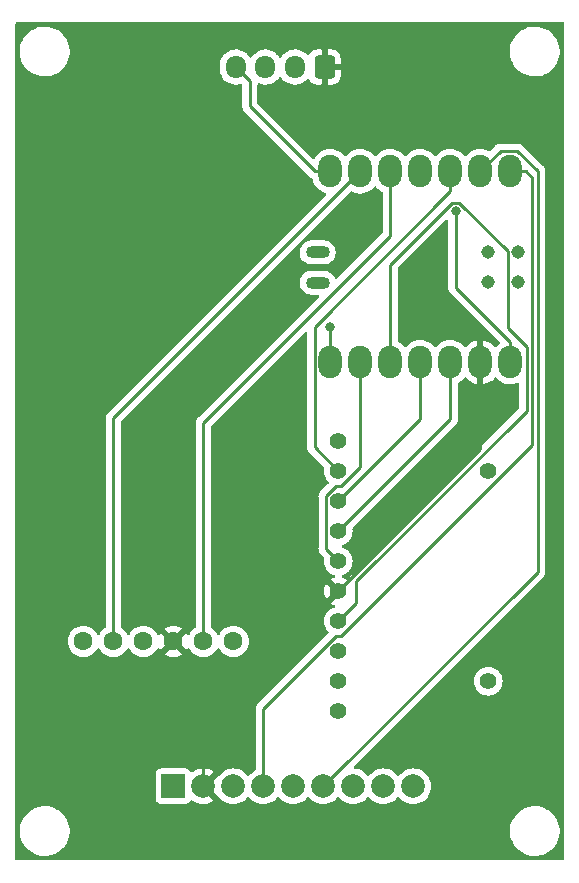
<source format=gbr>
%TF.GenerationSoftware,KiCad,Pcbnew,(6.0.7)*%
%TF.CreationDate,2023-03-01T00:46:33+09:00*%
%TF.ProjectId,Underside,556e6465-7273-4696-9465-2e6b69636164,rev?*%
%TF.SameCoordinates,Original*%
%TF.FileFunction,Copper,L1,Top*%
%TF.FilePolarity,Positive*%
%FSLAX46Y46*%
G04 Gerber Fmt 4.6, Leading zero omitted, Abs format (unit mm)*
G04 Created by KiCad (PCBNEW (6.0.7)) date 2023-03-01 00:46:33*
%MOMM*%
%LPD*%
G01*
G04 APERTURE LIST*
G04 Aperture macros list*
%AMRoundRect*
0 Rectangle with rounded corners*
0 $1 Rounding radius*
0 $2 $3 $4 $5 $6 $7 $8 $9 X,Y pos of 4 corners*
0 Add a 4 corners polygon primitive as box body*
4,1,4,$2,$3,$4,$5,$6,$7,$8,$9,$2,$3,0*
0 Add four circle primitives for the rounded corners*
1,1,$1+$1,$2,$3*
1,1,$1+$1,$4,$5*
1,1,$1+$1,$6,$7*
1,1,$1+$1,$8,$9*
0 Add four rect primitives between the rounded corners*
20,1,$1+$1,$2,$3,$4,$5,0*
20,1,$1+$1,$4,$5,$6,$7,0*
20,1,$1+$1,$6,$7,$8,$9,0*
20,1,$1+$1,$8,$9,$2,$3,0*%
G04 Aperture macros list end*
%TA.AperFunction,ComponentPad*%
%ADD10RoundRect,0.250000X0.600000X0.725000X-0.600000X0.725000X-0.600000X-0.725000X0.600000X-0.725000X0*%
%TD*%
%TA.AperFunction,ComponentPad*%
%ADD11O,1.700000X1.950000*%
%TD*%
%TA.AperFunction,ComponentPad*%
%ADD12C,1.400000*%
%TD*%
%TA.AperFunction,ComponentPad*%
%ADD13C,1.600000*%
%TD*%
%TA.AperFunction,SMDPad,CuDef*%
%ADD14O,1.998980X2.748280*%
%TD*%
%TA.AperFunction,SMDPad,CuDef*%
%ADD15O,2.032000X1.016000*%
%TD*%
%TA.AperFunction,SMDPad,CuDef*%
%ADD16C,1.143000*%
%TD*%
%TA.AperFunction,ComponentPad*%
%ADD17R,2.000000X2.000000*%
%TD*%
%TA.AperFunction,ComponentPad*%
%ADD18C,2.000000*%
%TD*%
%TA.AperFunction,ViaPad*%
%ADD19C,0.800000*%
%TD*%
%TA.AperFunction,Conductor*%
%ADD20C,0.250000*%
%TD*%
G04 APERTURE END LIST*
D10*
%TO.P,TORICA-UART1,1,Pin_1*%
%TO.N,GND*%
X111270000Y-54670000D03*
D11*
%TO.P,TORICA-UART1,2,Pin_2*%
%TO.N,+5V*%
X108770000Y-54670000D03*
%TO.P,TORICA-UART1,3,Pin_3*%
%TO.N,/DTXR*%
X106270000Y-54670000D03*
%TO.P,TORICA-UART1,4,Pin_4*%
%TO.N,/DRXT*%
X103770000Y-54670000D03*
%TD*%
D12*
%TO.P,J1,1,DAT2*%
%TO.N,unconnected-(J1-Pad1)*%
X112440000Y-86360000D03*
%TO.P,J1,2,DAT3/CD*%
%TO.N,/CS*%
X112440000Y-88900000D03*
%TO.P,J1,3,CMD*%
%TO.N,Net-(J1-Pad3)*%
X112440000Y-91440000D03*
%TO.P,J1,4,VDD*%
%TO.N,+3.3V*%
X112440000Y-93980000D03*
%TO.P,J1,5,CLK*%
%TO.N,Net-(J1-Pad5)*%
X112440000Y-96520000D03*
%TO.P,J1,6,VSS*%
%TO.N,GND*%
X112440000Y-99060000D03*
%TO.P,J1,7,DAT0*%
%TO.N,Net-(J1-Pad7)*%
X112440000Y-101600000D03*
%TO.P,J1,8,DAT1*%
%TO.N,unconnected-(J1-Pad8)*%
X112440000Y-104140000D03*
%TO.P,J1,9,DET_B*%
%TO.N,unconnected-(J1-Pad9)*%
X112440000Y-106680000D03*
%TO.P,J1,10,DET_A*%
%TO.N,unconnected-(J1-Pad10)*%
X112440000Y-109220000D03*
%TO.P,J1,11,SHIELD*%
%TO.N,unconnected-(J1-Pad11)*%
X125140000Y-106680000D03*
%TO.P,J1,13*%
%TO.N,N/C*%
X125140000Y-88900000D03*
%TD*%
D13*
%TO.P,U1,1,VCC*%
%TO.N,+3.3V*%
X103550000Y-103290000D03*
%TO.P,U1,2,SDI*%
%TO.N,Net-(U1-Pad2)*%
X101010000Y-103290000D03*
%TO.P,U1,3,GND*%
%TO.N,GND*%
X98470000Y-103290000D03*
%TO.P,U1,4,SDO*%
%TO.N,unconnected-(U1-Pad4)*%
X95930000Y-103290000D03*
%TO.P,U1,5,CSK*%
%TO.N,Net-(U1-Pad5)*%
X93390000Y-103290000D03*
%TO.P,U1,6,CS*%
%TO.N,unconnected-(U1-Pad6)*%
X90850000Y-103290000D03*
%TD*%
D14*
%TO.P,U3,1,PA02_A0_D0*%
%TO.N,Net-(U2-Pad4)*%
X127000020Y-63500020D03*
%TO.P,U3,2,PA4_A1_D1*%
%TO.N,Net-(U2-Pad6)*%
X124460020Y-63500020D03*
%TO.P,U3,3,PA10_A2_D2*%
%TO.N,/CS*%
X121920020Y-63500020D03*
%TO.P,U3,4,PA11_A3_D3*%
%TO.N,unconnected-(U3-Pad4)*%
X119380020Y-63500020D03*
%TO.P,U3,5,PA8_A4_D4_SDA*%
%TO.N,Net-(U1-Pad2)*%
X116840020Y-63500020D03*
%TO.P,U3,6,PA9_A5_D5_SCL*%
%TO.N,Net-(U1-Pad5)*%
X114300020Y-63500020D03*
%TO.P,U3,7,PB08_A6_D6_TX*%
%TO.N,/DRXT*%
X111760020Y-63500020D03*
%TO.P,U3,8,PB09_A7_D7_RX*%
%TO.N,/DTXR*%
X111760020Y-79664580D03*
%TO.P,U3,9,PA7_A8_D8_SCK*%
%TO.N,Net-(J1-Pad5)*%
X114300020Y-79664580D03*
%TO.P,U3,10,PA5_A9_D9_MISO*%
%TO.N,Net-(J1-Pad7)*%
X116840020Y-79664580D03*
%TO.P,U3,11,PA6_A10_D10_MOSI*%
%TO.N,Net-(J1-Pad3)*%
X119380020Y-79664580D03*
%TO.P,U3,12,3V3*%
%TO.N,+3.3V*%
X121920020Y-79664580D03*
%TO.P,U3,13,GND*%
%TO.N,GND*%
X124460020Y-79664580D03*
%TO.P,U3,14,5V*%
%TO.N,+5V*%
X127000020Y-79664580D03*
D15*
%TO.P,U3,15,5V*%
%TO.N,unconnected-(U3-Pad15)*%
X110682200Y-70366900D03*
%TO.P,U3,16,GND*%
%TO.N,unconnected-(U3-Pad16)*%
X110682200Y-72916900D03*
D16*
%TO.P,U3,17,PA31_SWDIO*%
%TO.N,unconnected-(U3-Pad17)*%
X127686387Y-70365703D03*
%TO.P,U3,18,PA30_SWCLK*%
%TO.N,unconnected-(U3-Pad18)*%
X127686387Y-72905703D03*
%TO.P,U3,19,RESET*%
%TO.N,unconnected-(U3-Pad19)*%
X125146387Y-70365703D03*
%TO.P,U3,20,GND*%
%TO.N,unconnected-(U3-Pad20)*%
X125146387Y-72905703D03*
%TD*%
D17*
%TO.P,U2,1,VCC*%
%TO.N,+3.3V*%
X98470000Y-115570000D03*
D18*
%TO.P,U2,2,GND*%
%TO.N,GND*%
X101010000Y-115570000D03*
%TO.P,U2,3,NRST*%
%TO.N,unconnected-(U2-Pad3)*%
X103550000Y-115570000D03*
%TO.P,U2,4,ECHO*%
%TO.N,Net-(U2-Pad4)*%
X106090000Y-115570000D03*
%TO.P,U2,5,SERVO*%
%TO.N,unconnected-(U2-Pad5)*%
X108630000Y-115570000D03*
%TO.P,U2,6,COMP/TRIG*%
%TO.N,Net-(U2-Pad6)*%
X111170000Y-115570000D03*
%TO.P,U2,7,DAC_OUT*%
%TO.N,unconnected-(U2-Pad7)*%
X113710000Y-115570000D03*
%TO.P,U2,8,RXD*%
%TO.N,unconnected-(U2-Pad8)*%
X116250000Y-115570000D03*
%TO.P,U2,9,TXD*%
%TO.N,unconnected-(U2-Pad9)*%
X118790000Y-115570000D03*
%TD*%
D19*
%TO.N,+5V*%
X122376500Y-66894598D03*
%TO.N,/DTXR*%
X111760000Y-76668800D03*
%TD*%
D20*
%TO.N,+5V*%
X122378700Y-73344000D02*
X127000000Y-77965300D01*
X127000000Y-77965300D02*
X127000000Y-79664600D01*
X122376500Y-66894598D02*
X122378700Y-66896798D01*
X122378700Y-66896798D02*
X122378700Y-73344000D01*
%TO.N,/DRXT*%
X104945100Y-55845100D02*
X103770000Y-54670000D01*
X104945100Y-58009700D02*
X104945100Y-55845100D01*
X110435400Y-63500000D02*
X104945100Y-58009700D01*
X111760000Y-63500000D02*
X110435400Y-63500000D01*
%TO.N,/CS*%
X112440000Y-88900000D02*
X110425400Y-86885400D01*
X110425400Y-86885400D02*
X110425400Y-76693900D01*
X121920000Y-63500000D02*
X121920000Y-65199300D01*
X110425400Y-76693900D02*
X121920000Y-65199300D01*
%TO.N,Net-(J1-Pad3)*%
X112440000Y-91440000D02*
X119380000Y-84500000D01*
X119380000Y-84500000D02*
X119380000Y-79664600D01*
%TO.N,+3.3V*%
X121920000Y-84500000D02*
X112440000Y-93980000D01*
X121920000Y-79664600D02*
X121920000Y-84500000D01*
%TO.N,Net-(J1-Pad5)*%
X114300000Y-79664600D02*
X114300000Y-81363900D01*
X111396300Y-91024300D02*
X111396300Y-95476300D01*
X114300000Y-88500600D02*
X112630600Y-90170000D01*
X112630600Y-90170000D02*
X112250600Y-90170000D01*
X112250600Y-90170000D02*
X111396300Y-91024300D01*
X111396300Y-95476300D02*
X112440000Y-96520000D01*
X114300000Y-81363900D02*
X114300000Y-88500600D01*
%TO.N,GND*%
X105670000Y-105830000D02*
X112440000Y-99060000D01*
X101010000Y-105830000D02*
X98470000Y-103290000D01*
X124460000Y-87040000D02*
X112440000Y-99060000D01*
X101010000Y-105830000D02*
X105670000Y-105830000D01*
X124460000Y-79664600D02*
X124460000Y-87040000D01*
X101010000Y-115570000D02*
X101010000Y-105830000D01*
%TO.N,Net-(J1-Pad7)*%
X116840000Y-79664600D02*
X116840000Y-71406500D01*
X116840000Y-71406500D02*
X122089000Y-66157500D01*
X122664000Y-66157500D02*
X126789700Y-70283200D01*
X128378300Y-83758300D02*
X113954800Y-98181800D01*
X126789700Y-70283200D02*
X126789700Y-76751500D01*
X113954800Y-98181800D02*
X113954800Y-100085200D01*
X126789700Y-76751500D02*
X128378300Y-78340100D01*
X122089000Y-66157500D02*
X122664000Y-66157500D01*
X128378300Y-78340100D02*
X128378300Y-83758300D01*
X113954800Y-100085200D02*
X112440000Y-101600000D01*
%TO.N,/DTXR*%
X111760000Y-77965300D02*
X111760000Y-76668800D01*
X111760000Y-79664600D02*
X111760000Y-77965300D01*
%TO.N,Net-(U1-Pad2)*%
X116840000Y-63500000D02*
X116840000Y-68974100D01*
X116840000Y-68974100D02*
X101010000Y-84804100D01*
X101010000Y-84804100D02*
X101010000Y-103290000D01*
%TO.N,Net-(U1-Pad5)*%
X114300000Y-63500000D02*
X93390000Y-84410000D01*
X93390000Y-84410000D02*
X93390000Y-103290000D01*
%TO.N,Net-(U2-Pad6)*%
X127603200Y-61780700D02*
X126179300Y-61780700D01*
X129321700Y-97418300D02*
X129321700Y-63499200D01*
X111170000Y-115570000D02*
X129321700Y-97418300D01*
X126179300Y-61780700D02*
X124460000Y-63500000D01*
X129321700Y-63499200D02*
X127603200Y-61780700D01*
%TO.N,Net-(U2-Pad4)*%
X106090000Y-115570000D02*
X106090000Y-109008000D01*
X128855700Y-64031100D02*
X128324600Y-63500000D01*
X112228000Y-102870000D02*
X112645300Y-102870000D01*
X127000000Y-63500000D02*
X128324600Y-63500000D01*
X128855700Y-86659600D02*
X128855700Y-64031100D01*
X112645300Y-102870000D02*
X128855700Y-86659600D01*
X106090000Y-109008000D02*
X112228000Y-102870000D01*
%TD*%
%TA.AperFunction,Conductor*%
%TO.N,GND*%
G36*
X131513621Y-50888502D02*
G01*
X131560114Y-50942158D01*
X131571500Y-50994500D01*
X131571500Y-121725500D01*
X131551498Y-121793621D01*
X131497842Y-121840114D01*
X131445500Y-121851500D01*
X85214500Y-121851500D01*
X85146379Y-121831498D01*
X85099886Y-121777842D01*
X85088500Y-121725500D01*
X85088500Y-119492703D01*
X85470743Y-119492703D01*
X85508268Y-119777734D01*
X85584129Y-120055036D01*
X85696923Y-120319476D01*
X85844561Y-120566161D01*
X86024313Y-120790528D01*
X86232851Y-120988423D01*
X86466317Y-121156186D01*
X86470112Y-121158195D01*
X86470113Y-121158196D01*
X86491869Y-121169715D01*
X86720392Y-121290712D01*
X86990373Y-121389511D01*
X87271264Y-121450755D01*
X87299841Y-121453004D01*
X87494282Y-121468307D01*
X87494291Y-121468307D01*
X87496739Y-121468500D01*
X87652271Y-121468500D01*
X87654407Y-121468354D01*
X87654418Y-121468354D01*
X87862548Y-121454165D01*
X87862554Y-121454164D01*
X87866825Y-121453873D01*
X87871020Y-121453004D01*
X87871022Y-121453004D01*
X88007584Y-121424723D01*
X88148342Y-121395574D01*
X88419343Y-121299607D01*
X88674812Y-121167750D01*
X88678313Y-121165289D01*
X88678317Y-121165287D01*
X88792417Y-121085096D01*
X88910023Y-121002441D01*
X89120622Y-120806740D01*
X89302713Y-120584268D01*
X89452927Y-120339142D01*
X89568483Y-120075898D01*
X89647244Y-119799406D01*
X89687751Y-119514784D01*
X89687845Y-119496951D01*
X89687867Y-119492703D01*
X126970743Y-119492703D01*
X127008268Y-119777734D01*
X127084129Y-120055036D01*
X127196923Y-120319476D01*
X127344561Y-120566161D01*
X127524313Y-120790528D01*
X127732851Y-120988423D01*
X127966317Y-121156186D01*
X127970112Y-121158195D01*
X127970113Y-121158196D01*
X127991869Y-121169715D01*
X128220392Y-121290712D01*
X128490373Y-121389511D01*
X128771264Y-121450755D01*
X128799841Y-121453004D01*
X128994282Y-121468307D01*
X128994291Y-121468307D01*
X128996739Y-121468500D01*
X129152271Y-121468500D01*
X129154407Y-121468354D01*
X129154418Y-121468354D01*
X129362548Y-121454165D01*
X129362554Y-121454164D01*
X129366825Y-121453873D01*
X129371020Y-121453004D01*
X129371022Y-121453004D01*
X129507584Y-121424723D01*
X129648342Y-121395574D01*
X129919343Y-121299607D01*
X130174812Y-121167750D01*
X130178313Y-121165289D01*
X130178317Y-121165287D01*
X130292417Y-121085096D01*
X130410023Y-121002441D01*
X130620622Y-120806740D01*
X130802713Y-120584268D01*
X130952927Y-120339142D01*
X131068483Y-120075898D01*
X131147244Y-119799406D01*
X131187751Y-119514784D01*
X131187845Y-119496951D01*
X131189235Y-119231583D01*
X131189235Y-119231576D01*
X131189257Y-119227297D01*
X131151732Y-118942266D01*
X131075871Y-118664964D01*
X130963077Y-118400524D01*
X130815439Y-118153839D01*
X130635687Y-117929472D01*
X130427149Y-117731577D01*
X130193683Y-117563814D01*
X130171843Y-117552250D01*
X130148654Y-117539972D01*
X129939608Y-117429288D01*
X129669627Y-117330489D01*
X129388736Y-117269245D01*
X129357685Y-117266801D01*
X129165718Y-117251693D01*
X129165709Y-117251693D01*
X129163261Y-117251500D01*
X129007729Y-117251500D01*
X129005593Y-117251646D01*
X129005582Y-117251646D01*
X128797452Y-117265835D01*
X128797446Y-117265836D01*
X128793175Y-117266127D01*
X128788980Y-117266996D01*
X128788978Y-117266996D01*
X128652417Y-117295276D01*
X128511658Y-117324426D01*
X128240657Y-117420393D01*
X127985188Y-117552250D01*
X127981687Y-117554711D01*
X127981683Y-117554713D01*
X127971594Y-117561804D01*
X127749977Y-117717559D01*
X127539378Y-117913260D01*
X127357287Y-118135732D01*
X127207073Y-118380858D01*
X127091517Y-118644102D01*
X127012756Y-118920594D01*
X126972249Y-119205216D01*
X126972227Y-119209505D01*
X126972226Y-119209512D01*
X126970765Y-119488417D01*
X126970743Y-119492703D01*
X89687867Y-119492703D01*
X89689235Y-119231583D01*
X89689235Y-119231576D01*
X89689257Y-119227297D01*
X89651732Y-118942266D01*
X89575871Y-118664964D01*
X89463077Y-118400524D01*
X89315439Y-118153839D01*
X89135687Y-117929472D01*
X88927149Y-117731577D01*
X88693683Y-117563814D01*
X88671843Y-117552250D01*
X88648654Y-117539972D01*
X88439608Y-117429288D01*
X88169627Y-117330489D01*
X87888736Y-117269245D01*
X87857685Y-117266801D01*
X87665718Y-117251693D01*
X87665709Y-117251693D01*
X87663261Y-117251500D01*
X87507729Y-117251500D01*
X87505593Y-117251646D01*
X87505582Y-117251646D01*
X87297452Y-117265835D01*
X87297446Y-117265836D01*
X87293175Y-117266127D01*
X87288980Y-117266996D01*
X87288978Y-117266996D01*
X87152417Y-117295276D01*
X87011658Y-117324426D01*
X86740657Y-117420393D01*
X86485188Y-117552250D01*
X86481687Y-117554711D01*
X86481683Y-117554713D01*
X86471594Y-117561804D01*
X86249977Y-117717559D01*
X86039378Y-117913260D01*
X85857287Y-118135732D01*
X85707073Y-118380858D01*
X85591517Y-118644102D01*
X85512756Y-118920594D01*
X85472249Y-119205216D01*
X85472227Y-119209505D01*
X85472226Y-119209512D01*
X85470765Y-119488417D01*
X85470743Y-119492703D01*
X85088500Y-119492703D01*
X85088500Y-116618134D01*
X96961500Y-116618134D01*
X96968255Y-116680316D01*
X97019385Y-116816705D01*
X97106739Y-116933261D01*
X97223295Y-117020615D01*
X97359684Y-117071745D01*
X97421866Y-117078500D01*
X99518134Y-117078500D01*
X99580316Y-117071745D01*
X99716705Y-117020615D01*
X99833261Y-116933261D01*
X99915230Y-116823891D01*
X99915230Y-116823890D01*
X99920615Y-116816705D01*
X99920673Y-116816550D01*
X99967791Y-116769537D01*
X100037182Y-116754522D01*
X100103675Y-116779406D01*
X100109886Y-116784381D01*
X100117117Y-116790557D01*
X100125101Y-116796357D01*
X100319042Y-116915205D01*
X100327837Y-116919687D01*
X100537988Y-117006734D01*
X100547373Y-117009783D01*
X100768554Y-117062885D01*
X100778301Y-117064428D01*
X101005070Y-117082275D01*
X101014930Y-117082275D01*
X101241699Y-117064428D01*
X101251446Y-117062885D01*
X101472627Y-117009783D01*
X101482012Y-117006734D01*
X101692163Y-116919687D01*
X101700958Y-116915205D01*
X101868445Y-116812568D01*
X101877907Y-116802110D01*
X101874124Y-116793334D01*
X100739885Y-115659095D01*
X100705859Y-115596783D01*
X100710924Y-115525968D01*
X100739885Y-115480905D01*
X101871080Y-114349710D01*
X101877840Y-114337330D01*
X101872113Y-114329680D01*
X101700958Y-114224795D01*
X101692163Y-114220313D01*
X101482012Y-114133266D01*
X101472627Y-114130217D01*
X101251446Y-114077115D01*
X101241699Y-114075572D01*
X101014930Y-114057725D01*
X101005070Y-114057725D01*
X100778301Y-114075572D01*
X100768554Y-114077115D01*
X100547373Y-114130217D01*
X100537988Y-114133266D01*
X100327837Y-114220313D01*
X100319042Y-114224795D01*
X100125101Y-114343643D01*
X100117117Y-114349443D01*
X100109886Y-114355619D01*
X100045096Y-114384651D01*
X99974896Y-114374047D01*
X99922312Y-114327823D01*
X99920615Y-114323295D01*
X99915230Y-114316110D01*
X99915229Y-114316108D01*
X99838642Y-114213919D01*
X99833261Y-114206739D01*
X99716705Y-114119385D01*
X99580316Y-114068255D01*
X99518134Y-114061500D01*
X97421866Y-114061500D01*
X97359684Y-114068255D01*
X97223295Y-114119385D01*
X97106739Y-114206739D01*
X97019385Y-114323295D01*
X96968255Y-114459684D01*
X96961500Y-114521866D01*
X96961500Y-116618134D01*
X85088500Y-116618134D01*
X85088500Y-103290000D01*
X89536502Y-103290000D01*
X89556457Y-103518087D01*
X89557881Y-103523400D01*
X89557881Y-103523402D01*
X89613347Y-103730400D01*
X89615716Y-103739243D01*
X89618039Y-103744224D01*
X89618039Y-103744225D01*
X89710151Y-103941762D01*
X89710154Y-103941767D01*
X89712477Y-103946749D01*
X89843802Y-104134300D01*
X90005700Y-104296198D01*
X90010208Y-104299355D01*
X90010211Y-104299357D01*
X90075646Y-104345175D01*
X90193251Y-104427523D01*
X90198233Y-104429846D01*
X90198238Y-104429849D01*
X90394765Y-104521490D01*
X90400757Y-104524284D01*
X90406065Y-104525706D01*
X90406067Y-104525707D01*
X90616598Y-104582119D01*
X90616600Y-104582119D01*
X90621913Y-104583543D01*
X90850000Y-104603498D01*
X91078087Y-104583543D01*
X91083400Y-104582119D01*
X91083402Y-104582119D01*
X91293933Y-104525707D01*
X91293935Y-104525706D01*
X91299243Y-104524284D01*
X91305235Y-104521490D01*
X91501762Y-104429849D01*
X91501767Y-104429846D01*
X91506749Y-104427523D01*
X91624354Y-104345175D01*
X91689789Y-104299357D01*
X91689792Y-104299355D01*
X91694300Y-104296198D01*
X91856198Y-104134300D01*
X91987523Y-103946749D01*
X91989846Y-103941767D01*
X91989849Y-103941762D01*
X92005805Y-103907543D01*
X92052722Y-103854258D01*
X92120999Y-103834797D01*
X92188959Y-103855339D01*
X92234195Y-103907543D01*
X92250151Y-103941762D01*
X92250154Y-103941767D01*
X92252477Y-103946749D01*
X92383802Y-104134300D01*
X92545700Y-104296198D01*
X92550208Y-104299355D01*
X92550211Y-104299357D01*
X92615646Y-104345175D01*
X92733251Y-104427523D01*
X92738233Y-104429846D01*
X92738238Y-104429849D01*
X92934765Y-104521490D01*
X92940757Y-104524284D01*
X92946065Y-104525706D01*
X92946067Y-104525707D01*
X93156598Y-104582119D01*
X93156600Y-104582119D01*
X93161913Y-104583543D01*
X93390000Y-104603498D01*
X93618087Y-104583543D01*
X93623400Y-104582119D01*
X93623402Y-104582119D01*
X93833933Y-104525707D01*
X93833935Y-104525706D01*
X93839243Y-104524284D01*
X93845235Y-104521490D01*
X94041762Y-104429849D01*
X94041767Y-104429846D01*
X94046749Y-104427523D01*
X94164354Y-104345175D01*
X94229789Y-104299357D01*
X94229792Y-104299355D01*
X94234300Y-104296198D01*
X94396198Y-104134300D01*
X94527523Y-103946749D01*
X94529846Y-103941767D01*
X94529849Y-103941762D01*
X94545805Y-103907543D01*
X94592722Y-103854258D01*
X94660999Y-103834797D01*
X94728959Y-103855339D01*
X94774195Y-103907543D01*
X94790151Y-103941762D01*
X94790154Y-103941767D01*
X94792477Y-103946749D01*
X94923802Y-104134300D01*
X95085700Y-104296198D01*
X95090208Y-104299355D01*
X95090211Y-104299357D01*
X95155646Y-104345175D01*
X95273251Y-104427523D01*
X95278233Y-104429846D01*
X95278238Y-104429849D01*
X95474765Y-104521490D01*
X95480757Y-104524284D01*
X95486065Y-104525706D01*
X95486067Y-104525707D01*
X95696598Y-104582119D01*
X95696600Y-104582119D01*
X95701913Y-104583543D01*
X95930000Y-104603498D01*
X96158087Y-104583543D01*
X96163400Y-104582119D01*
X96163402Y-104582119D01*
X96373933Y-104525707D01*
X96373935Y-104525706D01*
X96379243Y-104524284D01*
X96385235Y-104521490D01*
X96581762Y-104429849D01*
X96581767Y-104429846D01*
X96586749Y-104427523D01*
X96660243Y-104376062D01*
X97748493Y-104376062D01*
X97757789Y-104388077D01*
X97808994Y-104423931D01*
X97818489Y-104429414D01*
X98015947Y-104521490D01*
X98026239Y-104525236D01*
X98236688Y-104581625D01*
X98247481Y-104583528D01*
X98464525Y-104602517D01*
X98475475Y-104602517D01*
X98692519Y-104583528D01*
X98703312Y-104581625D01*
X98913761Y-104525236D01*
X98924053Y-104521490D01*
X99121511Y-104429414D01*
X99131006Y-104423931D01*
X99183048Y-104387491D01*
X99191424Y-104377012D01*
X99184356Y-104363566D01*
X98482812Y-103662022D01*
X98468868Y-103654408D01*
X98467035Y-103654539D01*
X98460420Y-103658790D01*
X97754923Y-104364287D01*
X97748493Y-104376062D01*
X96660243Y-104376062D01*
X96704354Y-104345175D01*
X96769789Y-104299357D01*
X96769792Y-104299355D01*
X96774300Y-104296198D01*
X96936198Y-104134300D01*
X97067523Y-103946749D01*
X97069846Y-103941767D01*
X97069849Y-103941762D01*
X97086081Y-103906951D01*
X97132998Y-103853666D01*
X97201275Y-103834205D01*
X97269235Y-103854747D01*
X97314471Y-103906951D01*
X97330586Y-103941511D01*
X97336069Y-103951006D01*
X97372509Y-104003048D01*
X97382988Y-104011424D01*
X97396434Y-104004356D01*
X98097978Y-103302812D01*
X98105592Y-103288868D01*
X98105461Y-103287035D01*
X98101210Y-103280420D01*
X97395713Y-102574923D01*
X97383938Y-102568493D01*
X97371923Y-102577789D01*
X97336069Y-102628994D01*
X97330586Y-102638489D01*
X97314471Y-102673049D01*
X97267554Y-102726334D01*
X97199277Y-102745795D01*
X97131317Y-102725253D01*
X97086081Y-102673049D01*
X97069849Y-102638238D01*
X97069846Y-102638233D01*
X97067523Y-102633251D01*
X96936198Y-102445700D01*
X96774300Y-102283802D01*
X96769792Y-102280645D01*
X96769789Y-102280643D01*
X96658886Y-102202988D01*
X97748576Y-102202988D01*
X97755644Y-102216434D01*
X98457188Y-102917978D01*
X98471132Y-102925592D01*
X98472965Y-102925461D01*
X98479580Y-102921210D01*
X99185077Y-102215713D01*
X99191507Y-102203938D01*
X99182211Y-102191923D01*
X99131006Y-102156069D01*
X99121511Y-102150586D01*
X98924053Y-102058510D01*
X98913761Y-102054764D01*
X98703312Y-101998375D01*
X98692519Y-101996472D01*
X98475475Y-101977483D01*
X98464525Y-101977483D01*
X98247481Y-101996472D01*
X98236688Y-101998375D01*
X98026239Y-102054764D01*
X98015947Y-102058510D01*
X97818489Y-102150586D01*
X97808994Y-102156069D01*
X97756952Y-102192509D01*
X97748576Y-102202988D01*
X96658886Y-102202988D01*
X96643920Y-102192509D01*
X96586749Y-102152477D01*
X96581767Y-102150154D01*
X96581762Y-102150151D01*
X96384225Y-102058039D01*
X96384224Y-102058039D01*
X96379243Y-102055716D01*
X96373935Y-102054294D01*
X96373933Y-102054293D01*
X96163402Y-101997881D01*
X96163400Y-101997881D01*
X96158087Y-101996457D01*
X95930000Y-101976502D01*
X95701913Y-101996457D01*
X95696600Y-101997881D01*
X95696598Y-101997881D01*
X95486067Y-102054293D01*
X95486065Y-102054294D01*
X95480757Y-102055716D01*
X95475776Y-102058039D01*
X95475775Y-102058039D01*
X95278238Y-102150151D01*
X95278233Y-102150154D01*
X95273251Y-102152477D01*
X95216080Y-102192509D01*
X95090211Y-102280643D01*
X95090208Y-102280645D01*
X95085700Y-102283802D01*
X94923802Y-102445700D01*
X94792477Y-102633251D01*
X94790154Y-102638233D01*
X94790151Y-102638238D01*
X94774195Y-102672457D01*
X94727278Y-102725742D01*
X94659001Y-102745203D01*
X94591041Y-102724661D01*
X94545805Y-102672457D01*
X94529849Y-102638238D01*
X94529846Y-102638233D01*
X94527523Y-102633251D01*
X94396198Y-102445700D01*
X94234300Y-102283802D01*
X94229792Y-102280645D01*
X94229789Y-102280643D01*
X94077229Y-102173819D01*
X94032901Y-102118362D01*
X94023500Y-102070606D01*
X94023500Y-84724594D01*
X94043502Y-84656473D01*
X94060405Y-84635499D01*
X108336135Y-70359769D01*
X109152807Y-70359769D01*
X109170874Y-70558295D01*
X109172615Y-70564209D01*
X109172615Y-70564211D01*
X109210921Y-70694361D01*
X109227158Y-70749530D01*
X109319514Y-70926191D01*
X109444425Y-71081549D01*
X109597133Y-71209686D01*
X109771821Y-71305721D01*
X109777688Y-71307582D01*
X109777690Y-71307583D01*
X109955958Y-71364134D01*
X109955961Y-71364135D01*
X109961835Y-71365998D01*
X110116984Y-71383400D01*
X111240357Y-71383400D01*
X111243413Y-71383100D01*
X111243420Y-71383100D01*
X111302441Y-71377313D01*
X111388594Y-71368865D01*
X111394493Y-71367084D01*
X111394498Y-71367083D01*
X111573533Y-71313029D01*
X111579432Y-71311248D01*
X111683561Y-71255882D01*
X111750002Y-71220555D01*
X111750005Y-71220553D01*
X111755444Y-71217661D01*
X111760214Y-71213771D01*
X111760218Y-71213768D01*
X111905151Y-71095563D01*
X111905154Y-71095560D01*
X111909926Y-71091668D01*
X111929845Y-71067591D01*
X111973460Y-71014869D01*
X112036994Y-70938070D01*
X112131808Y-70762715D01*
X112190756Y-70572285D01*
X112191605Y-70564211D01*
X112210949Y-70380160D01*
X112210949Y-70380158D01*
X112211593Y-70374031D01*
X112193526Y-70175505D01*
X112191212Y-70167641D01*
X112138984Y-69990189D01*
X112137242Y-69984270D01*
X112044886Y-69807609D01*
X111919975Y-69652251D01*
X111767267Y-69524114D01*
X111592579Y-69428079D01*
X111586712Y-69426218D01*
X111586710Y-69426217D01*
X111408442Y-69369666D01*
X111408439Y-69369665D01*
X111402565Y-69367802D01*
X111247416Y-69350400D01*
X110124043Y-69350400D01*
X110120987Y-69350700D01*
X110120980Y-69350700D01*
X110061959Y-69356487D01*
X109975806Y-69364935D01*
X109969907Y-69366716D01*
X109969902Y-69366717D01*
X109791243Y-69420658D01*
X109784968Y-69422552D01*
X109696962Y-69469345D01*
X109614398Y-69513245D01*
X109614395Y-69513247D01*
X109608956Y-69516139D01*
X109604186Y-69520029D01*
X109604182Y-69520032D01*
X109459249Y-69638237D01*
X109459246Y-69638240D01*
X109454474Y-69642132D01*
X109327406Y-69795730D01*
X109232592Y-69971085D01*
X109173644Y-70161515D01*
X109173000Y-70167640D01*
X109173000Y-70167641D01*
X109172174Y-70175505D01*
X109152807Y-70359769D01*
X108336135Y-70359769D01*
X113457945Y-65237959D01*
X113520257Y-65203933D01*
X113591072Y-65208998D01*
X113610419Y-65218154D01*
X113646319Y-65239049D01*
X113651045Y-65240863D01*
X113651049Y-65240865D01*
X113868138Y-65324197D01*
X113868141Y-65324198D01*
X113872867Y-65326012D01*
X114110404Y-65375636D01*
X114115453Y-65375865D01*
X114115459Y-65375866D01*
X114226078Y-65380889D01*
X114352819Y-65386644D01*
X114357839Y-65386063D01*
X114357843Y-65386063D01*
X114465698Y-65373584D01*
X114593876Y-65358753D01*
X114598750Y-65357374D01*
X114598754Y-65357373D01*
X114822504Y-65294058D01*
X114822506Y-65294057D01*
X114827373Y-65292680D01*
X114831948Y-65290546D01*
X114831955Y-65290544D01*
X115042721Y-65192262D01*
X115042725Y-65192260D01*
X115047303Y-65190125D01*
X115060854Y-65180916D01*
X115243819Y-65056573D01*
X115243823Y-65056570D01*
X115248006Y-65053727D01*
X115424321Y-64886995D01*
X115469459Y-64827957D01*
X115526721Y-64785991D01*
X115597585Y-64781646D01*
X115664067Y-64821163D01*
X115785726Y-64959159D01*
X115785729Y-64959162D01*
X115789074Y-64962956D01*
X115976590Y-65116983D01*
X116143884Y-65214351D01*
X116192694Y-65265902D01*
X116206500Y-65323247D01*
X116206500Y-68659506D01*
X116186498Y-68727627D01*
X116169595Y-68748601D01*
X112342375Y-72575821D01*
X112280063Y-72609847D01*
X112209248Y-72604782D01*
X112152412Y-72562235D01*
X112137890Y-72536472D01*
X112137242Y-72534270D01*
X112044886Y-72357609D01*
X111919975Y-72202251D01*
X111767267Y-72074114D01*
X111592579Y-71978079D01*
X111586712Y-71976218D01*
X111586710Y-71976217D01*
X111408442Y-71919666D01*
X111408439Y-71919665D01*
X111402565Y-71917802D01*
X111247416Y-71900400D01*
X110124043Y-71900400D01*
X110120987Y-71900700D01*
X110120980Y-71900700D01*
X110061959Y-71906487D01*
X109975806Y-71914935D01*
X109969907Y-71916716D01*
X109969902Y-71916717D01*
X109804424Y-71966678D01*
X109784968Y-71972552D01*
X109752580Y-71989773D01*
X109614398Y-72063245D01*
X109614395Y-72063247D01*
X109608956Y-72066139D01*
X109604186Y-72070029D01*
X109604182Y-72070032D01*
X109459249Y-72188237D01*
X109459246Y-72188240D01*
X109454474Y-72192132D01*
X109327406Y-72345730D01*
X109232592Y-72521085D01*
X109173644Y-72711515D01*
X109152807Y-72909769D01*
X109170874Y-73108295D01*
X109172615Y-73114209D01*
X109172615Y-73114211D01*
X109210921Y-73244361D01*
X109227158Y-73299530D01*
X109319514Y-73476191D01*
X109323374Y-73480991D01*
X109323374Y-73480992D01*
X109340906Y-73502797D01*
X109444425Y-73631549D01*
X109597133Y-73759686D01*
X109771821Y-73855721D01*
X109777688Y-73857582D01*
X109777690Y-73857583D01*
X109955958Y-73914134D01*
X109955961Y-73914135D01*
X109961835Y-73915998D01*
X110116984Y-73933400D01*
X110680606Y-73933400D01*
X110748727Y-73953402D01*
X110795220Y-74007058D01*
X110805324Y-74077332D01*
X110775830Y-74141912D01*
X110769701Y-74148495D01*
X105689242Y-79228953D01*
X100617747Y-84300448D01*
X100609461Y-84307988D01*
X100602982Y-84312100D01*
X100597557Y-84317877D01*
X100556357Y-84361751D01*
X100553602Y-84364593D01*
X100533865Y-84384330D01*
X100531385Y-84387527D01*
X100523682Y-84396547D01*
X100493414Y-84428779D01*
X100489595Y-84435725D01*
X100489593Y-84435728D01*
X100483652Y-84446534D01*
X100472801Y-84463053D01*
X100460386Y-84479059D01*
X100457241Y-84486328D01*
X100457238Y-84486332D01*
X100442826Y-84519637D01*
X100437609Y-84530287D01*
X100416305Y-84569040D01*
X100414334Y-84576715D01*
X100414334Y-84576716D01*
X100411267Y-84588662D01*
X100404863Y-84607366D01*
X100396819Y-84625955D01*
X100395580Y-84633778D01*
X100395577Y-84633788D01*
X100389901Y-84669624D01*
X100387495Y-84681244D01*
X100376500Y-84724070D01*
X100376500Y-84744324D01*
X100374949Y-84764034D01*
X100371780Y-84784043D01*
X100375656Y-84825041D01*
X100375941Y-84828061D01*
X100376500Y-84839919D01*
X100376500Y-102070606D01*
X100356498Y-102138727D01*
X100322771Y-102173819D01*
X100170211Y-102280643D01*
X100170208Y-102280645D01*
X100165700Y-102283802D01*
X100003802Y-102445700D01*
X99872477Y-102633251D01*
X99870154Y-102638233D01*
X99870151Y-102638238D01*
X99853919Y-102673049D01*
X99807002Y-102726334D01*
X99738725Y-102745795D01*
X99670765Y-102725253D01*
X99625529Y-102673049D01*
X99609414Y-102638489D01*
X99603931Y-102628994D01*
X99567491Y-102576952D01*
X99557012Y-102568576D01*
X99543566Y-102575644D01*
X98842022Y-103277188D01*
X98834408Y-103291132D01*
X98834539Y-103292965D01*
X98838790Y-103299580D01*
X99544287Y-104005077D01*
X99556062Y-104011507D01*
X99568077Y-104002211D01*
X99603931Y-103951006D01*
X99609414Y-103941511D01*
X99625529Y-103906951D01*
X99672446Y-103853666D01*
X99740723Y-103834205D01*
X99808683Y-103854747D01*
X99853919Y-103906951D01*
X99870151Y-103941762D01*
X99870154Y-103941767D01*
X99872477Y-103946749D01*
X100003802Y-104134300D01*
X100165700Y-104296198D01*
X100170208Y-104299355D01*
X100170211Y-104299357D01*
X100235646Y-104345175D01*
X100353251Y-104427523D01*
X100358233Y-104429846D01*
X100358238Y-104429849D01*
X100554765Y-104521490D01*
X100560757Y-104524284D01*
X100566065Y-104525706D01*
X100566067Y-104525707D01*
X100776598Y-104582119D01*
X100776600Y-104582119D01*
X100781913Y-104583543D01*
X101010000Y-104603498D01*
X101238087Y-104583543D01*
X101243400Y-104582119D01*
X101243402Y-104582119D01*
X101453933Y-104525707D01*
X101453935Y-104525706D01*
X101459243Y-104524284D01*
X101465235Y-104521490D01*
X101661762Y-104429849D01*
X101661767Y-104429846D01*
X101666749Y-104427523D01*
X101784354Y-104345175D01*
X101849789Y-104299357D01*
X101849792Y-104299355D01*
X101854300Y-104296198D01*
X102016198Y-104134300D01*
X102147523Y-103946749D01*
X102149846Y-103941767D01*
X102149849Y-103941762D01*
X102165805Y-103907543D01*
X102212722Y-103854258D01*
X102280999Y-103834797D01*
X102348959Y-103855339D01*
X102394195Y-103907543D01*
X102410151Y-103941762D01*
X102410154Y-103941767D01*
X102412477Y-103946749D01*
X102543802Y-104134300D01*
X102705700Y-104296198D01*
X102710208Y-104299355D01*
X102710211Y-104299357D01*
X102775646Y-104345175D01*
X102893251Y-104427523D01*
X102898233Y-104429846D01*
X102898238Y-104429849D01*
X103094765Y-104521490D01*
X103100757Y-104524284D01*
X103106065Y-104525706D01*
X103106067Y-104525707D01*
X103316598Y-104582119D01*
X103316600Y-104582119D01*
X103321913Y-104583543D01*
X103550000Y-104603498D01*
X103778087Y-104583543D01*
X103783400Y-104582119D01*
X103783402Y-104582119D01*
X103993933Y-104525707D01*
X103993935Y-104525706D01*
X103999243Y-104524284D01*
X104005235Y-104521490D01*
X104201762Y-104429849D01*
X104201767Y-104429846D01*
X104206749Y-104427523D01*
X104324354Y-104345175D01*
X104389789Y-104299357D01*
X104389792Y-104299355D01*
X104394300Y-104296198D01*
X104556198Y-104134300D01*
X104687523Y-103946749D01*
X104689846Y-103941767D01*
X104689849Y-103941762D01*
X104781961Y-103744225D01*
X104781961Y-103744224D01*
X104784284Y-103739243D01*
X104786654Y-103730400D01*
X104842119Y-103523402D01*
X104842119Y-103523400D01*
X104843543Y-103518087D01*
X104863498Y-103290000D01*
X104843543Y-103061913D01*
X104806981Y-102925461D01*
X104785707Y-102846067D01*
X104785706Y-102846065D01*
X104784284Y-102840757D01*
X104689966Y-102638489D01*
X104689849Y-102638238D01*
X104689846Y-102638233D01*
X104687523Y-102633251D01*
X104556198Y-102445700D01*
X104394300Y-102283802D01*
X104389792Y-102280645D01*
X104389789Y-102280643D01*
X104263920Y-102192509D01*
X104206749Y-102152477D01*
X104201767Y-102150154D01*
X104201762Y-102150151D01*
X104004225Y-102058039D01*
X104004224Y-102058039D01*
X103999243Y-102055716D01*
X103993935Y-102054294D01*
X103993933Y-102054293D01*
X103783402Y-101997881D01*
X103783400Y-101997881D01*
X103778087Y-101996457D01*
X103550000Y-101976502D01*
X103321913Y-101996457D01*
X103316600Y-101997881D01*
X103316598Y-101997881D01*
X103106067Y-102054293D01*
X103106065Y-102054294D01*
X103100757Y-102055716D01*
X103095776Y-102058039D01*
X103095775Y-102058039D01*
X102898238Y-102150151D01*
X102898233Y-102150154D01*
X102893251Y-102152477D01*
X102836080Y-102192509D01*
X102710211Y-102280643D01*
X102710208Y-102280645D01*
X102705700Y-102283802D01*
X102543802Y-102445700D01*
X102412477Y-102633251D01*
X102410154Y-102638233D01*
X102410151Y-102638238D01*
X102394195Y-102672457D01*
X102347278Y-102725742D01*
X102279001Y-102745203D01*
X102211041Y-102724661D01*
X102165805Y-102672457D01*
X102149849Y-102638238D01*
X102149846Y-102638233D01*
X102147523Y-102633251D01*
X102016198Y-102445700D01*
X101854300Y-102283802D01*
X101849792Y-102280645D01*
X101849789Y-102280643D01*
X101697229Y-102173819D01*
X101652901Y-102118362D01*
X101643500Y-102070606D01*
X101643500Y-99065475D01*
X111227865Y-99065475D01*
X111245329Y-99265091D01*
X111247231Y-99275878D01*
X111299093Y-99469429D01*
X111302841Y-99479723D01*
X111387521Y-99661323D01*
X111392999Y-99670811D01*
X111414311Y-99701248D01*
X111424788Y-99709623D01*
X111438236Y-99702554D01*
X112067978Y-99072812D01*
X112075592Y-99058868D01*
X112075461Y-99057035D01*
X112071210Y-99050420D01*
X111437514Y-98416724D01*
X111425739Y-98410294D01*
X111413724Y-98419590D01*
X111392999Y-98449189D01*
X111387521Y-98458677D01*
X111302841Y-98640277D01*
X111299093Y-98650571D01*
X111247231Y-98844122D01*
X111245329Y-98854909D01*
X111227865Y-99054525D01*
X111227865Y-99065475D01*
X101643500Y-99065475D01*
X101643500Y-85118694D01*
X101663502Y-85050573D01*
X101680405Y-85029599D01*
X109576805Y-77133199D01*
X109639117Y-77099173D01*
X109709932Y-77104238D01*
X109766768Y-77146785D01*
X109791579Y-77213305D01*
X109791900Y-77222294D01*
X109791900Y-86806633D01*
X109791373Y-86817816D01*
X109789698Y-86825309D01*
X109789947Y-86833235D01*
X109789947Y-86833236D01*
X109791838Y-86893386D01*
X109791900Y-86897345D01*
X109791900Y-86925256D01*
X109792397Y-86929190D01*
X109792397Y-86929191D01*
X109792405Y-86929256D01*
X109793338Y-86941093D01*
X109794727Y-86985289D01*
X109800378Y-87004739D01*
X109804387Y-87024100D01*
X109806926Y-87044197D01*
X109809845Y-87051568D01*
X109809845Y-87051570D01*
X109823204Y-87085312D01*
X109827049Y-87096542D01*
X109839382Y-87138993D01*
X109843415Y-87145812D01*
X109843417Y-87145817D01*
X109849693Y-87156428D01*
X109858388Y-87174176D01*
X109865848Y-87193017D01*
X109870510Y-87199433D01*
X109870510Y-87199434D01*
X109891836Y-87228787D01*
X109898352Y-87238707D01*
X109920858Y-87276762D01*
X109935179Y-87291083D01*
X109948019Y-87306116D01*
X109959928Y-87322507D01*
X109966034Y-87327558D01*
X109994005Y-87350698D01*
X110002784Y-87358688D01*
X111212557Y-88568461D01*
X111246583Y-88630773D01*
X111247548Y-88679437D01*
X111246738Y-88684029D01*
X111245314Y-88689345D01*
X111226884Y-88900000D01*
X111245314Y-89110655D01*
X111246738Y-89115968D01*
X111246738Y-89115970D01*
X111273945Y-89217506D01*
X111300044Y-89314910D01*
X111389411Y-89506558D01*
X111510699Y-89679776D01*
X111588714Y-89757791D01*
X111622740Y-89820103D01*
X111617675Y-89890918D01*
X111588714Y-89935982D01*
X111004042Y-90520653D01*
X110995763Y-90528187D01*
X110989282Y-90532300D01*
X110942657Y-90581951D01*
X110939902Y-90584793D01*
X110920165Y-90604530D01*
X110917685Y-90607727D01*
X110909982Y-90616747D01*
X110879714Y-90648979D01*
X110875895Y-90655925D01*
X110875893Y-90655928D01*
X110869952Y-90666734D01*
X110859101Y-90683253D01*
X110846686Y-90699259D01*
X110843541Y-90706528D01*
X110843538Y-90706532D01*
X110829126Y-90739837D01*
X110823909Y-90750487D01*
X110802605Y-90789240D01*
X110800634Y-90796915D01*
X110800634Y-90796916D01*
X110797567Y-90808862D01*
X110791163Y-90827566D01*
X110783119Y-90846155D01*
X110781880Y-90853978D01*
X110781877Y-90853988D01*
X110776201Y-90889824D01*
X110773795Y-90901444D01*
X110762800Y-90944270D01*
X110762800Y-90964524D01*
X110761249Y-90984234D01*
X110758080Y-91004243D01*
X110758826Y-91012135D01*
X110762241Y-91048261D01*
X110762800Y-91060119D01*
X110762800Y-95397533D01*
X110762273Y-95408716D01*
X110760598Y-95416209D01*
X110760847Y-95424135D01*
X110760847Y-95424136D01*
X110762738Y-95484286D01*
X110762800Y-95488245D01*
X110762800Y-95516156D01*
X110763297Y-95520090D01*
X110763297Y-95520091D01*
X110763305Y-95520156D01*
X110764238Y-95531993D01*
X110765627Y-95576189D01*
X110770974Y-95594594D01*
X110771278Y-95595639D01*
X110775287Y-95615000D01*
X110777826Y-95635097D01*
X110780745Y-95642468D01*
X110780745Y-95642470D01*
X110794104Y-95676212D01*
X110797949Y-95687442D01*
X110810282Y-95729893D01*
X110814315Y-95736712D01*
X110814317Y-95736717D01*
X110820593Y-95747328D01*
X110829288Y-95765076D01*
X110836748Y-95783917D01*
X110841410Y-95790333D01*
X110841410Y-95790334D01*
X110862736Y-95819687D01*
X110869252Y-95829607D01*
X110891758Y-95867662D01*
X110906079Y-95881983D01*
X110918919Y-95897016D01*
X110930828Y-95913407D01*
X110936934Y-95918458D01*
X110964905Y-95941598D01*
X110973684Y-95949588D01*
X111212557Y-96188461D01*
X111246583Y-96250773D01*
X111247548Y-96299437D01*
X111246738Y-96304029D01*
X111245314Y-96309345D01*
X111226884Y-96520000D01*
X111245314Y-96730655D01*
X111300044Y-96934910D01*
X111389411Y-97126558D01*
X111510699Y-97299776D01*
X111660224Y-97449301D01*
X111833442Y-97570589D01*
X111838420Y-97572910D01*
X111838423Y-97572912D01*
X112010945Y-97653360D01*
X112025090Y-97659956D01*
X112030397Y-97661378D01*
X112030408Y-97661382D01*
X112057171Y-97668553D01*
X112117793Y-97705504D01*
X112148815Y-97769365D01*
X112140386Y-97839860D01*
X112095182Y-97894606D01*
X112057170Y-97911966D01*
X112030574Y-97919092D01*
X112020277Y-97922841D01*
X111838677Y-98007521D01*
X111829189Y-98012999D01*
X111798752Y-98034311D01*
X111790377Y-98044788D01*
X111797446Y-98058236D01*
X112710115Y-98970905D01*
X112744141Y-99033217D01*
X112739076Y-99104032D01*
X112710115Y-99149095D01*
X111796724Y-100062486D01*
X111790294Y-100074261D01*
X111799590Y-100086276D01*
X111829189Y-100107001D01*
X111838677Y-100112479D01*
X112020277Y-100197159D01*
X112030574Y-100200908D01*
X112057170Y-100208034D01*
X112117793Y-100244986D01*
X112148814Y-100308846D01*
X112140386Y-100379341D01*
X112095183Y-100434088D01*
X112057171Y-100451447D01*
X112030408Y-100458618D01*
X112030397Y-100458622D01*
X112025090Y-100460044D01*
X112020109Y-100462366D01*
X112020108Y-100462367D01*
X111838423Y-100547088D01*
X111838420Y-100547090D01*
X111833442Y-100549411D01*
X111660224Y-100670699D01*
X111510699Y-100820224D01*
X111389411Y-100993442D01*
X111300044Y-101185090D01*
X111245314Y-101389345D01*
X111226884Y-101600000D01*
X111245314Y-101810655D01*
X111246738Y-101815968D01*
X111246738Y-101815970D01*
X111295104Y-101996472D01*
X111300044Y-102014910D01*
X111302366Y-102019891D01*
X111302367Y-102019892D01*
X111382587Y-102191923D01*
X111389411Y-102206558D01*
X111510699Y-102379776D01*
X111577414Y-102446491D01*
X111611440Y-102508803D01*
X111606375Y-102579618D01*
X111577414Y-102624681D01*
X105697747Y-108504348D01*
X105689461Y-108511888D01*
X105682982Y-108516000D01*
X105677557Y-108521777D01*
X105636357Y-108565651D01*
X105633602Y-108568493D01*
X105613865Y-108588230D01*
X105611385Y-108591427D01*
X105603682Y-108600447D01*
X105573414Y-108632679D01*
X105569595Y-108639625D01*
X105569593Y-108639628D01*
X105563652Y-108650434D01*
X105552801Y-108666953D01*
X105540386Y-108682959D01*
X105537241Y-108690228D01*
X105537238Y-108690232D01*
X105522826Y-108723537D01*
X105517609Y-108734187D01*
X105496305Y-108772940D01*
X105494334Y-108780615D01*
X105494334Y-108780616D01*
X105491267Y-108792562D01*
X105484863Y-108811266D01*
X105476819Y-108829855D01*
X105475580Y-108837678D01*
X105475577Y-108837688D01*
X105469901Y-108873524D01*
X105467495Y-108885144D01*
X105456500Y-108927970D01*
X105456500Y-108948224D01*
X105454949Y-108967934D01*
X105451780Y-108987943D01*
X105452526Y-108995835D01*
X105455941Y-109031961D01*
X105456500Y-109043819D01*
X105456500Y-114118434D01*
X105436498Y-114186555D01*
X105396335Y-114225867D01*
X105204798Y-114343241D01*
X105204792Y-114343245D01*
X105200584Y-114345824D01*
X105020031Y-114500031D01*
X105016823Y-114503787D01*
X105016818Y-114503792D01*
X104915811Y-114622056D01*
X104856361Y-114660866D01*
X104785366Y-114661372D01*
X104724189Y-114622056D01*
X104623182Y-114503792D01*
X104623177Y-114503787D01*
X104619969Y-114500031D01*
X104439416Y-114345824D01*
X104435208Y-114343245D01*
X104435202Y-114343241D01*
X104241183Y-114224346D01*
X104236963Y-114221760D01*
X104232393Y-114219867D01*
X104232389Y-114219865D01*
X104022167Y-114132789D01*
X104022165Y-114132788D01*
X104017594Y-114130895D01*
X103937391Y-114111640D01*
X103791524Y-114076620D01*
X103791518Y-114076619D01*
X103786711Y-114075465D01*
X103550000Y-114056835D01*
X103313289Y-114075465D01*
X103308482Y-114076619D01*
X103308476Y-114076620D01*
X103162609Y-114111640D01*
X103082406Y-114130895D01*
X103077835Y-114132788D01*
X103077833Y-114132789D01*
X102867611Y-114219865D01*
X102867607Y-114219867D01*
X102863037Y-114221760D01*
X102858817Y-114224346D01*
X102664798Y-114343241D01*
X102664792Y-114343245D01*
X102660584Y-114345824D01*
X102480031Y-114500031D01*
X102476823Y-114503787D01*
X102476818Y-114503792D01*
X102346294Y-114656616D01*
X102286844Y-114695426D01*
X102252442Y-114697640D01*
X102233333Y-114705877D01*
X101382022Y-115557188D01*
X101374408Y-115571132D01*
X101374539Y-115572965D01*
X101378790Y-115579580D01*
X102230290Y-116431080D01*
X102247102Y-116440260D01*
X102310350Y-116454020D01*
X102345775Y-116482776D01*
X102458464Y-116614717D01*
X102480031Y-116639969D01*
X102660584Y-116794176D01*
X102664792Y-116796755D01*
X102664798Y-116796759D01*
X102858084Y-116915205D01*
X102863037Y-116918240D01*
X102867607Y-116920133D01*
X102867611Y-116920135D01*
X103077833Y-117007211D01*
X103082406Y-117009105D01*
X103130349Y-117020615D01*
X103308476Y-117063380D01*
X103308482Y-117063381D01*
X103313289Y-117064535D01*
X103550000Y-117083165D01*
X103786711Y-117064535D01*
X103791518Y-117063381D01*
X103791524Y-117063380D01*
X103969651Y-117020615D01*
X104017594Y-117009105D01*
X104022167Y-117007211D01*
X104232389Y-116920135D01*
X104232393Y-116920133D01*
X104236963Y-116918240D01*
X104241916Y-116915205D01*
X104435202Y-116796759D01*
X104435208Y-116796755D01*
X104439416Y-116794176D01*
X104619969Y-116639969D01*
X104623177Y-116636213D01*
X104623182Y-116636208D01*
X104724189Y-116517944D01*
X104783639Y-116479134D01*
X104854634Y-116478628D01*
X104915811Y-116517944D01*
X105016818Y-116636208D01*
X105016823Y-116636213D01*
X105020031Y-116639969D01*
X105200584Y-116794176D01*
X105204792Y-116796755D01*
X105204798Y-116796759D01*
X105398084Y-116915205D01*
X105403037Y-116918240D01*
X105407607Y-116920133D01*
X105407611Y-116920135D01*
X105617833Y-117007211D01*
X105622406Y-117009105D01*
X105670349Y-117020615D01*
X105848476Y-117063380D01*
X105848482Y-117063381D01*
X105853289Y-117064535D01*
X106090000Y-117083165D01*
X106326711Y-117064535D01*
X106331518Y-117063381D01*
X106331524Y-117063380D01*
X106509651Y-117020615D01*
X106557594Y-117009105D01*
X106562167Y-117007211D01*
X106772389Y-116920135D01*
X106772393Y-116920133D01*
X106776963Y-116918240D01*
X106781916Y-116915205D01*
X106975202Y-116796759D01*
X106975208Y-116796755D01*
X106979416Y-116794176D01*
X107159969Y-116639969D01*
X107163177Y-116636213D01*
X107163182Y-116636208D01*
X107264189Y-116517944D01*
X107323639Y-116479134D01*
X107394634Y-116478628D01*
X107455811Y-116517944D01*
X107556818Y-116636208D01*
X107556823Y-116636213D01*
X107560031Y-116639969D01*
X107740584Y-116794176D01*
X107744792Y-116796755D01*
X107744798Y-116796759D01*
X107938084Y-116915205D01*
X107943037Y-116918240D01*
X107947607Y-116920133D01*
X107947611Y-116920135D01*
X108157833Y-117007211D01*
X108162406Y-117009105D01*
X108210349Y-117020615D01*
X108388476Y-117063380D01*
X108388482Y-117063381D01*
X108393289Y-117064535D01*
X108630000Y-117083165D01*
X108866711Y-117064535D01*
X108871518Y-117063381D01*
X108871524Y-117063380D01*
X109049651Y-117020615D01*
X109097594Y-117009105D01*
X109102167Y-117007211D01*
X109312389Y-116920135D01*
X109312393Y-116920133D01*
X109316963Y-116918240D01*
X109321916Y-116915205D01*
X109515202Y-116796759D01*
X109515208Y-116796755D01*
X109519416Y-116794176D01*
X109699969Y-116639969D01*
X109703177Y-116636213D01*
X109703182Y-116636208D01*
X109804189Y-116517944D01*
X109863639Y-116479134D01*
X109934634Y-116478628D01*
X109995811Y-116517944D01*
X110096818Y-116636208D01*
X110096823Y-116636213D01*
X110100031Y-116639969D01*
X110280584Y-116794176D01*
X110284792Y-116796755D01*
X110284798Y-116796759D01*
X110478084Y-116915205D01*
X110483037Y-116918240D01*
X110487607Y-116920133D01*
X110487611Y-116920135D01*
X110697833Y-117007211D01*
X110702406Y-117009105D01*
X110750349Y-117020615D01*
X110928476Y-117063380D01*
X110928482Y-117063381D01*
X110933289Y-117064535D01*
X111170000Y-117083165D01*
X111406711Y-117064535D01*
X111411518Y-117063381D01*
X111411524Y-117063380D01*
X111589651Y-117020615D01*
X111637594Y-117009105D01*
X111642167Y-117007211D01*
X111852389Y-116920135D01*
X111852393Y-116920133D01*
X111856963Y-116918240D01*
X111861916Y-116915205D01*
X112055202Y-116796759D01*
X112055208Y-116796755D01*
X112059416Y-116794176D01*
X112239969Y-116639969D01*
X112243177Y-116636213D01*
X112243182Y-116636208D01*
X112344189Y-116517944D01*
X112403639Y-116479134D01*
X112474634Y-116478628D01*
X112535811Y-116517944D01*
X112636818Y-116636208D01*
X112636823Y-116636213D01*
X112640031Y-116639969D01*
X112820584Y-116794176D01*
X112824792Y-116796755D01*
X112824798Y-116796759D01*
X113018084Y-116915205D01*
X113023037Y-116918240D01*
X113027607Y-116920133D01*
X113027611Y-116920135D01*
X113237833Y-117007211D01*
X113242406Y-117009105D01*
X113290349Y-117020615D01*
X113468476Y-117063380D01*
X113468482Y-117063381D01*
X113473289Y-117064535D01*
X113710000Y-117083165D01*
X113946711Y-117064535D01*
X113951518Y-117063381D01*
X113951524Y-117063380D01*
X114129651Y-117020615D01*
X114177594Y-117009105D01*
X114182167Y-117007211D01*
X114392389Y-116920135D01*
X114392393Y-116920133D01*
X114396963Y-116918240D01*
X114401916Y-116915205D01*
X114595202Y-116796759D01*
X114595208Y-116796755D01*
X114599416Y-116794176D01*
X114779969Y-116639969D01*
X114783177Y-116636213D01*
X114783182Y-116636208D01*
X114884189Y-116517944D01*
X114943639Y-116479134D01*
X115014634Y-116478628D01*
X115075811Y-116517944D01*
X115176818Y-116636208D01*
X115176823Y-116636213D01*
X115180031Y-116639969D01*
X115360584Y-116794176D01*
X115364792Y-116796755D01*
X115364798Y-116796759D01*
X115558084Y-116915205D01*
X115563037Y-116918240D01*
X115567607Y-116920133D01*
X115567611Y-116920135D01*
X115777833Y-117007211D01*
X115782406Y-117009105D01*
X115830349Y-117020615D01*
X116008476Y-117063380D01*
X116008482Y-117063381D01*
X116013289Y-117064535D01*
X116250000Y-117083165D01*
X116486711Y-117064535D01*
X116491518Y-117063381D01*
X116491524Y-117063380D01*
X116669651Y-117020615D01*
X116717594Y-117009105D01*
X116722167Y-117007211D01*
X116932389Y-116920135D01*
X116932393Y-116920133D01*
X116936963Y-116918240D01*
X116941916Y-116915205D01*
X117135202Y-116796759D01*
X117135208Y-116796755D01*
X117139416Y-116794176D01*
X117319969Y-116639969D01*
X117323177Y-116636213D01*
X117323182Y-116636208D01*
X117424189Y-116517944D01*
X117483639Y-116479134D01*
X117554634Y-116478628D01*
X117615811Y-116517944D01*
X117716818Y-116636208D01*
X117716823Y-116636213D01*
X117720031Y-116639969D01*
X117900584Y-116794176D01*
X117904792Y-116796755D01*
X117904798Y-116796759D01*
X118098084Y-116915205D01*
X118103037Y-116918240D01*
X118107607Y-116920133D01*
X118107611Y-116920135D01*
X118317833Y-117007211D01*
X118322406Y-117009105D01*
X118370349Y-117020615D01*
X118548476Y-117063380D01*
X118548482Y-117063381D01*
X118553289Y-117064535D01*
X118790000Y-117083165D01*
X119026711Y-117064535D01*
X119031518Y-117063381D01*
X119031524Y-117063380D01*
X119209651Y-117020615D01*
X119257594Y-117009105D01*
X119262167Y-117007211D01*
X119472389Y-116920135D01*
X119472393Y-116920133D01*
X119476963Y-116918240D01*
X119481916Y-116915205D01*
X119675202Y-116796759D01*
X119675208Y-116796755D01*
X119679416Y-116794176D01*
X119859969Y-116639969D01*
X120014176Y-116459416D01*
X120016755Y-116455208D01*
X120016759Y-116455202D01*
X120135654Y-116261183D01*
X120138240Y-116256963D01*
X120229105Y-116037594D01*
X120284535Y-115806711D01*
X120303165Y-115570000D01*
X120284535Y-115333289D01*
X120229105Y-115102406D01*
X120138240Y-114883037D01*
X120135654Y-114878817D01*
X120016759Y-114684798D01*
X120016755Y-114684792D01*
X120014176Y-114680584D01*
X119859969Y-114500031D01*
X119679416Y-114345824D01*
X119675208Y-114343245D01*
X119675202Y-114343241D01*
X119481183Y-114224346D01*
X119476963Y-114221760D01*
X119472393Y-114219867D01*
X119472389Y-114219865D01*
X119262167Y-114132789D01*
X119262165Y-114132788D01*
X119257594Y-114130895D01*
X119177391Y-114111640D01*
X119031524Y-114076620D01*
X119031518Y-114076619D01*
X119026711Y-114075465D01*
X118790000Y-114056835D01*
X118553289Y-114075465D01*
X118548482Y-114076619D01*
X118548476Y-114076620D01*
X118402609Y-114111640D01*
X118322406Y-114130895D01*
X118317835Y-114132788D01*
X118317833Y-114132789D01*
X118107611Y-114219865D01*
X118107607Y-114219867D01*
X118103037Y-114221760D01*
X118098817Y-114224346D01*
X117904798Y-114343241D01*
X117904792Y-114343245D01*
X117900584Y-114345824D01*
X117720031Y-114500031D01*
X117716823Y-114503787D01*
X117716818Y-114503792D01*
X117615811Y-114622056D01*
X117556361Y-114660866D01*
X117485366Y-114661372D01*
X117424189Y-114622056D01*
X117323182Y-114503792D01*
X117323177Y-114503787D01*
X117319969Y-114500031D01*
X117139416Y-114345824D01*
X117135208Y-114343245D01*
X117135202Y-114343241D01*
X116941183Y-114224346D01*
X116936963Y-114221760D01*
X116932393Y-114219867D01*
X116932389Y-114219865D01*
X116722167Y-114132789D01*
X116722165Y-114132788D01*
X116717594Y-114130895D01*
X116637391Y-114111640D01*
X116491524Y-114076620D01*
X116491518Y-114076619D01*
X116486711Y-114075465D01*
X116250000Y-114056835D01*
X116013289Y-114075465D01*
X116008482Y-114076619D01*
X116008476Y-114076620D01*
X115862609Y-114111640D01*
X115782406Y-114130895D01*
X115777835Y-114132788D01*
X115777833Y-114132789D01*
X115567611Y-114219865D01*
X115567607Y-114219867D01*
X115563037Y-114221760D01*
X115558817Y-114224346D01*
X115364798Y-114343241D01*
X115364792Y-114343245D01*
X115360584Y-114345824D01*
X115180031Y-114500031D01*
X115176823Y-114503787D01*
X115176818Y-114503792D01*
X115075811Y-114622056D01*
X115016361Y-114660866D01*
X114945366Y-114661372D01*
X114884189Y-114622056D01*
X114783182Y-114503792D01*
X114783177Y-114503787D01*
X114779969Y-114500031D01*
X114599416Y-114345824D01*
X114595208Y-114343245D01*
X114595202Y-114343241D01*
X114401183Y-114224346D01*
X114396963Y-114221760D01*
X114392393Y-114219867D01*
X114392389Y-114219865D01*
X114182167Y-114132789D01*
X114182165Y-114132788D01*
X114177594Y-114130895D01*
X114097391Y-114111640D01*
X113951524Y-114076620D01*
X113951518Y-114076619D01*
X113946711Y-114075465D01*
X113861093Y-114068727D01*
X113794752Y-114043442D01*
X113752612Y-113986304D01*
X113748053Y-113915454D01*
X113781884Y-113854020D01*
X120955904Y-106680000D01*
X123926884Y-106680000D01*
X123945314Y-106890655D01*
X124000044Y-107094910D01*
X124089411Y-107286558D01*
X124210699Y-107459776D01*
X124360224Y-107609301D01*
X124533442Y-107730589D01*
X124538420Y-107732910D01*
X124538423Y-107732912D01*
X124720108Y-107817633D01*
X124725090Y-107819956D01*
X124730398Y-107821378D01*
X124730400Y-107821379D01*
X124924030Y-107873262D01*
X124924032Y-107873262D01*
X124929345Y-107874686D01*
X125140000Y-107893116D01*
X125350655Y-107874686D01*
X125355968Y-107873262D01*
X125355970Y-107873262D01*
X125549600Y-107821379D01*
X125549602Y-107821378D01*
X125554910Y-107819956D01*
X125559892Y-107817633D01*
X125741577Y-107732912D01*
X125741580Y-107732910D01*
X125746558Y-107730589D01*
X125919776Y-107609301D01*
X126069301Y-107459776D01*
X126190589Y-107286558D01*
X126279956Y-107094910D01*
X126334686Y-106890655D01*
X126353116Y-106680000D01*
X126334686Y-106469345D01*
X126279956Y-106265090D01*
X126190589Y-106073442D01*
X126069301Y-105900224D01*
X125919776Y-105750699D01*
X125746558Y-105629411D01*
X125741580Y-105627090D01*
X125741577Y-105627088D01*
X125559892Y-105542367D01*
X125559891Y-105542366D01*
X125554910Y-105540044D01*
X125549602Y-105538622D01*
X125549600Y-105538621D01*
X125355970Y-105486738D01*
X125355968Y-105486738D01*
X125350655Y-105485314D01*
X125140000Y-105466884D01*
X124929345Y-105485314D01*
X124924032Y-105486738D01*
X124924030Y-105486738D01*
X124730400Y-105538621D01*
X124730398Y-105538622D01*
X124725090Y-105540044D01*
X124720109Y-105542366D01*
X124720108Y-105542367D01*
X124538423Y-105627088D01*
X124538420Y-105627090D01*
X124533442Y-105629411D01*
X124360224Y-105750699D01*
X124210699Y-105900224D01*
X124089411Y-106073442D01*
X124000044Y-106265090D01*
X123945314Y-106469345D01*
X123926884Y-106680000D01*
X120955904Y-106680000D01*
X129713947Y-97921957D01*
X129722237Y-97914413D01*
X129728718Y-97910300D01*
X129775359Y-97860632D01*
X129778113Y-97857791D01*
X129797834Y-97838070D01*
X129800312Y-97834875D01*
X129808018Y-97825853D01*
X129832858Y-97799401D01*
X129838286Y-97793621D01*
X129848046Y-97775868D01*
X129858899Y-97759345D01*
X129866453Y-97749606D01*
X129871313Y-97743341D01*
X129888876Y-97702757D01*
X129894083Y-97692127D01*
X129915395Y-97653360D01*
X129917366Y-97645683D01*
X129917368Y-97645678D01*
X129920432Y-97633742D01*
X129926838Y-97615030D01*
X129931733Y-97603719D01*
X129934881Y-97596445D01*
X129936121Y-97588617D01*
X129936123Y-97588610D01*
X129941799Y-97552776D01*
X129944205Y-97541156D01*
X129953228Y-97506011D01*
X129953228Y-97506010D01*
X129955200Y-97498330D01*
X129955200Y-97478076D01*
X129956751Y-97458365D01*
X129958680Y-97446186D01*
X129959920Y-97438357D01*
X129955759Y-97394338D01*
X129955200Y-97382481D01*
X129955200Y-63577967D01*
X129955727Y-63566784D01*
X129957402Y-63559291D01*
X129955262Y-63491214D01*
X129955200Y-63487255D01*
X129955200Y-63459344D01*
X129954695Y-63455344D01*
X129953762Y-63443501D01*
X129952622Y-63407230D01*
X129952373Y-63399311D01*
X129946721Y-63379857D01*
X129942713Y-63360500D01*
X129941168Y-63348270D01*
X129941168Y-63348269D01*
X129940174Y-63340403D01*
X129937255Y-63333030D01*
X129923896Y-63299288D01*
X129920051Y-63288058D01*
X129909929Y-63253217D01*
X129909929Y-63253216D01*
X129907718Y-63245607D01*
X129903685Y-63238788D01*
X129903683Y-63238783D01*
X129897407Y-63228172D01*
X129888712Y-63210424D01*
X129881252Y-63191583D01*
X129855264Y-63155813D01*
X129848748Y-63145893D01*
X129830280Y-63114665D01*
X129830278Y-63114662D01*
X129826242Y-63107838D01*
X129811921Y-63093517D01*
X129799080Y-63078483D01*
X129791831Y-63068506D01*
X129787172Y-63062093D01*
X129753095Y-63033902D01*
X129744316Y-63025912D01*
X128106852Y-61388447D01*
X128099312Y-61380161D01*
X128095200Y-61373682D01*
X128045548Y-61327056D01*
X128042707Y-61324302D01*
X128022970Y-61304565D01*
X128019773Y-61302085D01*
X128010751Y-61294380D01*
X127997316Y-61281764D01*
X127978521Y-61264114D01*
X127971575Y-61260295D01*
X127971572Y-61260293D01*
X127960766Y-61254352D01*
X127944247Y-61243501D01*
X127943783Y-61243141D01*
X127928241Y-61231086D01*
X127920972Y-61227941D01*
X127920968Y-61227938D01*
X127887663Y-61213526D01*
X127877013Y-61208309D01*
X127838260Y-61187005D01*
X127818637Y-61181967D01*
X127799934Y-61175563D01*
X127788620Y-61170667D01*
X127788619Y-61170667D01*
X127781345Y-61167519D01*
X127773522Y-61166280D01*
X127773512Y-61166277D01*
X127737676Y-61160601D01*
X127726056Y-61158195D01*
X127690911Y-61149172D01*
X127690910Y-61149172D01*
X127683230Y-61147200D01*
X127662976Y-61147200D01*
X127643265Y-61145649D01*
X127640734Y-61145248D01*
X127623257Y-61142480D01*
X127615365Y-61143226D01*
X127579239Y-61146641D01*
X127567381Y-61147200D01*
X126258063Y-61147200D01*
X126246879Y-61146673D01*
X126239391Y-61144999D01*
X126231468Y-61145248D01*
X126171333Y-61147138D01*
X126167375Y-61147200D01*
X126139444Y-61147200D01*
X126135529Y-61147695D01*
X126135525Y-61147695D01*
X126135467Y-61147703D01*
X126135438Y-61147706D01*
X126123596Y-61148639D01*
X126079410Y-61150027D01*
X126062044Y-61155072D01*
X126059958Y-61155678D01*
X126040606Y-61159686D01*
X126028368Y-61161232D01*
X126028366Y-61161233D01*
X126020503Y-61162226D01*
X125979386Y-61178506D01*
X125968185Y-61182341D01*
X125925706Y-61194682D01*
X125918887Y-61198715D01*
X125918882Y-61198717D01*
X125908271Y-61204993D01*
X125890521Y-61213690D01*
X125871683Y-61221148D01*
X125865267Y-61225809D01*
X125865266Y-61225810D01*
X125835925Y-61247128D01*
X125826001Y-61253647D01*
X125794760Y-61272122D01*
X125794755Y-61272126D01*
X125787937Y-61276158D01*
X125773613Y-61290482D01*
X125758581Y-61303321D01*
X125742193Y-61315228D01*
X125714012Y-61349293D01*
X125706022Y-61358073D01*
X125302044Y-61762051D01*
X125239732Y-61796077D01*
X125168917Y-61791012D01*
X125149567Y-61781854D01*
X125118093Y-61763535D01*
X125118087Y-61763532D01*
X125113721Y-61760991D01*
X124979571Y-61709496D01*
X124891902Y-61675843D01*
X124891899Y-61675842D01*
X124887173Y-61674028D01*
X124649636Y-61624404D01*
X124644587Y-61624175D01*
X124644581Y-61624174D01*
X124533962Y-61619151D01*
X124407221Y-61613396D01*
X124402201Y-61613977D01*
X124402197Y-61613977D01*
X124303135Y-61625439D01*
X124166164Y-61641287D01*
X124161290Y-61642666D01*
X124161286Y-61642667D01*
X123937536Y-61705982D01*
X123937534Y-61705983D01*
X123932667Y-61707360D01*
X123928092Y-61709494D01*
X123928085Y-61709496D01*
X123717319Y-61807778D01*
X123717315Y-61807780D01*
X123712737Y-61809915D01*
X123708556Y-61812757D01*
X123708555Y-61812757D01*
X123516221Y-61943467D01*
X123516217Y-61943470D01*
X123512034Y-61946313D01*
X123335719Y-62113045D01*
X123290581Y-62172083D01*
X123233319Y-62214049D01*
X123162455Y-62218394D01*
X123095973Y-62178877D01*
X122974314Y-62040881D01*
X122974311Y-62040878D01*
X122970966Y-62037084D01*
X122783450Y-61883057D01*
X122573721Y-61760991D01*
X122568995Y-61759177D01*
X122568991Y-61759175D01*
X122351902Y-61675843D01*
X122351899Y-61675842D01*
X122347173Y-61674028D01*
X122109636Y-61624404D01*
X122104587Y-61624175D01*
X122104581Y-61624174D01*
X121993962Y-61619151D01*
X121867221Y-61613396D01*
X121862201Y-61613977D01*
X121862197Y-61613977D01*
X121763135Y-61625439D01*
X121626164Y-61641287D01*
X121621290Y-61642666D01*
X121621286Y-61642667D01*
X121397536Y-61705982D01*
X121397534Y-61705983D01*
X121392667Y-61707360D01*
X121388092Y-61709494D01*
X121388085Y-61709496D01*
X121177319Y-61807778D01*
X121177315Y-61807780D01*
X121172737Y-61809915D01*
X121168556Y-61812757D01*
X121168555Y-61812757D01*
X120976221Y-61943467D01*
X120976217Y-61943470D01*
X120972034Y-61946313D01*
X120795719Y-62113045D01*
X120750581Y-62172083D01*
X120693319Y-62214049D01*
X120622455Y-62218394D01*
X120555973Y-62178877D01*
X120434314Y-62040881D01*
X120434311Y-62040878D01*
X120430966Y-62037084D01*
X120243450Y-61883057D01*
X120033721Y-61760991D01*
X120028995Y-61759177D01*
X120028991Y-61759175D01*
X119811902Y-61675843D01*
X119811899Y-61675842D01*
X119807173Y-61674028D01*
X119569636Y-61624404D01*
X119564587Y-61624175D01*
X119564581Y-61624174D01*
X119453962Y-61619151D01*
X119327221Y-61613396D01*
X119322201Y-61613977D01*
X119322197Y-61613977D01*
X119223135Y-61625439D01*
X119086164Y-61641287D01*
X119081290Y-61642666D01*
X119081286Y-61642667D01*
X118857536Y-61705982D01*
X118857534Y-61705983D01*
X118852667Y-61707360D01*
X118848092Y-61709494D01*
X118848085Y-61709496D01*
X118637319Y-61807778D01*
X118637315Y-61807780D01*
X118632737Y-61809915D01*
X118628556Y-61812757D01*
X118628555Y-61812757D01*
X118436221Y-61943467D01*
X118436217Y-61943470D01*
X118432034Y-61946313D01*
X118255719Y-62113045D01*
X118210581Y-62172083D01*
X118153319Y-62214049D01*
X118082455Y-62218394D01*
X118015973Y-62178877D01*
X117894314Y-62040881D01*
X117894311Y-62040878D01*
X117890966Y-62037084D01*
X117703450Y-61883057D01*
X117493721Y-61760991D01*
X117488995Y-61759177D01*
X117488991Y-61759175D01*
X117271902Y-61675843D01*
X117271899Y-61675842D01*
X117267173Y-61674028D01*
X117029636Y-61624404D01*
X117024587Y-61624175D01*
X117024581Y-61624174D01*
X116913962Y-61619151D01*
X116787221Y-61613396D01*
X116782201Y-61613977D01*
X116782197Y-61613977D01*
X116683135Y-61625439D01*
X116546164Y-61641287D01*
X116541290Y-61642666D01*
X116541286Y-61642667D01*
X116317536Y-61705982D01*
X116317534Y-61705983D01*
X116312667Y-61707360D01*
X116308092Y-61709494D01*
X116308085Y-61709496D01*
X116097319Y-61807778D01*
X116097315Y-61807780D01*
X116092737Y-61809915D01*
X116088556Y-61812757D01*
X116088555Y-61812757D01*
X115896221Y-61943467D01*
X115896217Y-61943470D01*
X115892034Y-61946313D01*
X115715719Y-62113045D01*
X115670581Y-62172083D01*
X115613319Y-62214049D01*
X115542455Y-62218394D01*
X115475973Y-62178877D01*
X115354314Y-62040881D01*
X115354311Y-62040878D01*
X115350966Y-62037084D01*
X115163450Y-61883057D01*
X114953721Y-61760991D01*
X114948995Y-61759177D01*
X114948991Y-61759175D01*
X114731902Y-61675843D01*
X114731899Y-61675842D01*
X114727173Y-61674028D01*
X114489636Y-61624404D01*
X114484587Y-61624175D01*
X114484581Y-61624174D01*
X114373962Y-61619151D01*
X114247221Y-61613396D01*
X114242201Y-61613977D01*
X114242197Y-61613977D01*
X114143135Y-61625439D01*
X114006164Y-61641287D01*
X114001290Y-61642666D01*
X114001286Y-61642667D01*
X113777536Y-61705982D01*
X113777534Y-61705983D01*
X113772667Y-61707360D01*
X113768092Y-61709494D01*
X113768085Y-61709496D01*
X113557319Y-61807778D01*
X113557315Y-61807780D01*
X113552737Y-61809915D01*
X113548556Y-61812757D01*
X113548555Y-61812757D01*
X113356221Y-61943467D01*
X113356217Y-61943470D01*
X113352034Y-61946313D01*
X113175719Y-62113045D01*
X113130581Y-62172083D01*
X113073319Y-62214049D01*
X113002455Y-62218394D01*
X112935973Y-62178877D01*
X112814314Y-62040881D01*
X112814311Y-62040878D01*
X112810966Y-62037084D01*
X112623450Y-61883057D01*
X112413721Y-61760991D01*
X112408995Y-61759177D01*
X112408991Y-61759175D01*
X112191902Y-61675843D01*
X112191899Y-61675842D01*
X112187173Y-61674028D01*
X111949636Y-61624404D01*
X111944587Y-61624175D01*
X111944581Y-61624174D01*
X111833962Y-61619151D01*
X111707221Y-61613396D01*
X111702201Y-61613977D01*
X111702197Y-61613977D01*
X111603135Y-61625439D01*
X111466164Y-61641287D01*
X111461290Y-61642666D01*
X111461286Y-61642667D01*
X111237536Y-61705982D01*
X111237534Y-61705983D01*
X111232667Y-61707360D01*
X111228092Y-61709494D01*
X111228085Y-61709496D01*
X111017319Y-61807778D01*
X111017315Y-61807780D01*
X111012737Y-61809915D01*
X111008556Y-61812757D01*
X111008555Y-61812757D01*
X110816221Y-61943467D01*
X110816217Y-61943470D01*
X110812034Y-61946313D01*
X110635719Y-62113045D01*
X110632641Y-62117071D01*
X110632640Y-62117072D01*
X110491403Y-62301802D01*
X110491400Y-62301806D01*
X110488330Y-62305822D01*
X110445916Y-62384925D01*
X110396100Y-62435504D01*
X110326843Y-62451124D01*
X110260136Y-62426821D01*
X110245779Y-62414475D01*
X105615505Y-57784200D01*
X105581479Y-57721888D01*
X105578600Y-57695105D01*
X105578600Y-56172447D01*
X105598602Y-56104326D01*
X105652258Y-56057833D01*
X105722532Y-56047729D01*
X105751999Y-56055702D01*
X105752295Y-56055822D01*
X105757051Y-56058240D01*
X105977227Y-56126607D01*
X105982516Y-56127308D01*
X106200489Y-56156198D01*
X106200494Y-56156198D01*
X106205774Y-56156898D01*
X106211103Y-56156698D01*
X106211105Y-56156698D01*
X106320966Y-56152574D01*
X106436158Y-56148249D01*
X106441468Y-56147135D01*
X106548974Y-56124578D01*
X106661791Y-56100907D01*
X106666750Y-56098949D01*
X106666752Y-56098948D01*
X106871256Y-56018185D01*
X106871258Y-56018184D01*
X106876221Y-56016224D01*
X106956498Y-55967511D01*
X107068757Y-55899390D01*
X107068756Y-55899390D01*
X107073317Y-55896623D01*
X107113493Y-55861760D01*
X107243412Y-55749023D01*
X107243414Y-55749021D01*
X107247445Y-55745523D01*
X107311383Y-55667545D01*
X107390240Y-55571373D01*
X107390244Y-55571367D01*
X107393624Y-55567245D01*
X107411552Y-55535750D01*
X107462632Y-55486445D01*
X107532262Y-55472583D01*
X107598333Y-55498566D01*
X107625573Y-55527716D01*
X107707441Y-55649319D01*
X107866576Y-55816135D01*
X108051542Y-55953754D01*
X108056293Y-55956170D01*
X108056297Y-55956172D01*
X108118704Y-55987901D01*
X108257051Y-56058240D01*
X108262145Y-56059822D01*
X108262148Y-56059823D01*
X108405471Y-56104326D01*
X108477227Y-56126607D01*
X108482516Y-56127308D01*
X108700489Y-56156198D01*
X108700494Y-56156198D01*
X108705774Y-56156898D01*
X108711103Y-56156698D01*
X108711105Y-56156698D01*
X108820966Y-56152574D01*
X108936158Y-56148249D01*
X108941468Y-56147135D01*
X109048974Y-56124578D01*
X109161791Y-56100907D01*
X109166750Y-56098949D01*
X109166752Y-56098948D01*
X109371256Y-56018185D01*
X109371258Y-56018184D01*
X109376221Y-56016224D01*
X109456498Y-55967511D01*
X109568757Y-55899390D01*
X109568756Y-55899390D01*
X109573317Y-55896623D01*
X109613493Y-55861760D01*
X109743412Y-55749023D01*
X109743414Y-55749021D01*
X109747445Y-55745523D01*
X109777006Y-55709471D01*
X109835666Y-55669476D01*
X109906636Y-55667545D01*
X109967384Y-55704290D01*
X109981584Y-55723059D01*
X110068063Y-55862807D01*
X110077099Y-55874208D01*
X110191829Y-55988739D01*
X110203240Y-55997751D01*
X110341243Y-56082816D01*
X110354424Y-56088963D01*
X110508710Y-56140138D01*
X110522086Y-56143005D01*
X110616438Y-56152672D01*
X110622854Y-56153000D01*
X110997885Y-56153000D01*
X111013124Y-56148525D01*
X111014329Y-56147135D01*
X111016000Y-56139452D01*
X111016000Y-56134884D01*
X111524000Y-56134884D01*
X111528475Y-56150123D01*
X111529865Y-56151328D01*
X111537548Y-56152999D01*
X111917095Y-56152999D01*
X111923614Y-56152662D01*
X112019206Y-56142743D01*
X112032600Y-56139851D01*
X112186784Y-56088412D01*
X112199962Y-56082239D01*
X112337807Y-55996937D01*
X112349208Y-55987901D01*
X112463739Y-55873171D01*
X112472751Y-55861760D01*
X112557816Y-55723757D01*
X112563963Y-55710576D01*
X112615138Y-55556290D01*
X112618005Y-55542914D01*
X112627672Y-55448562D01*
X112628000Y-55442146D01*
X112628000Y-54942115D01*
X112623525Y-54926876D01*
X112622135Y-54925671D01*
X112614452Y-54924000D01*
X111542115Y-54924000D01*
X111526876Y-54928475D01*
X111525671Y-54929865D01*
X111524000Y-54937548D01*
X111524000Y-56134884D01*
X111016000Y-56134884D01*
X111016000Y-54397885D01*
X111524000Y-54397885D01*
X111528475Y-54413124D01*
X111529865Y-54414329D01*
X111537548Y-54416000D01*
X112609884Y-54416000D01*
X112625123Y-54411525D01*
X112626328Y-54410135D01*
X112627999Y-54402452D01*
X112627999Y-53897905D01*
X112627662Y-53891386D01*
X112617743Y-53795794D01*
X112614851Y-53782400D01*
X112563412Y-53628216D01*
X112557239Y-53615038D01*
X112481535Y-53492703D01*
X126970743Y-53492703D01*
X126971302Y-53496947D01*
X126971302Y-53496951D01*
X126975353Y-53527722D01*
X127008268Y-53777734D01*
X127084129Y-54055036D01*
X127196923Y-54319476D01*
X127344561Y-54566161D01*
X127524313Y-54790528D01*
X127638783Y-54899156D01*
X127684053Y-54942115D01*
X127732851Y-54988423D01*
X127966317Y-55156186D01*
X127970112Y-55158195D01*
X127970113Y-55158196D01*
X127991869Y-55169715D01*
X128220392Y-55290712D01*
X128490373Y-55389511D01*
X128771264Y-55450755D01*
X128799841Y-55453004D01*
X128994282Y-55468307D01*
X128994291Y-55468307D01*
X128996739Y-55468500D01*
X129152271Y-55468500D01*
X129154407Y-55468354D01*
X129154418Y-55468354D01*
X129362548Y-55454165D01*
X129362554Y-55454164D01*
X129366825Y-55453873D01*
X129371020Y-55453004D01*
X129371022Y-55453004D01*
X129507584Y-55424723D01*
X129648342Y-55395574D01*
X129919343Y-55299607D01*
X130174812Y-55167750D01*
X130178313Y-55165289D01*
X130178317Y-55165287D01*
X130292418Y-55085095D01*
X130410023Y-55002441D01*
X130570959Y-54852890D01*
X130617479Y-54809661D01*
X130617481Y-54809658D01*
X130620622Y-54806740D01*
X130802713Y-54584268D01*
X130952927Y-54339142D01*
X131068483Y-54075898D01*
X131147244Y-53799406D01*
X131187751Y-53514784D01*
X131187845Y-53496951D01*
X131189235Y-53231583D01*
X131189235Y-53231576D01*
X131189257Y-53227297D01*
X131185736Y-53200548D01*
X131152292Y-52946522D01*
X131151732Y-52942266D01*
X131075871Y-52664964D01*
X130963077Y-52400524D01*
X130815439Y-52153839D01*
X130635687Y-51929472D01*
X130427149Y-51731577D01*
X130193683Y-51563814D01*
X130171843Y-51552250D01*
X130148654Y-51539972D01*
X129939608Y-51429288D01*
X129669627Y-51330489D01*
X129388736Y-51269245D01*
X129357685Y-51266801D01*
X129165718Y-51251693D01*
X129165709Y-51251693D01*
X129163261Y-51251500D01*
X129007729Y-51251500D01*
X129005593Y-51251646D01*
X129005582Y-51251646D01*
X128797452Y-51265835D01*
X128797446Y-51265836D01*
X128793175Y-51266127D01*
X128788980Y-51266996D01*
X128788978Y-51266996D01*
X128652417Y-51295276D01*
X128511658Y-51324426D01*
X128240657Y-51420393D01*
X127985188Y-51552250D01*
X127981687Y-51554711D01*
X127981683Y-51554713D01*
X127971594Y-51561804D01*
X127749977Y-51717559D01*
X127539378Y-51913260D01*
X127357287Y-52135732D01*
X127207073Y-52380858D01*
X127091517Y-52644102D01*
X127012756Y-52920594D01*
X127009672Y-52942266D01*
X126974205Y-53191475D01*
X126972249Y-53205216D01*
X126972227Y-53209505D01*
X126972226Y-53209512D01*
X126970765Y-53488417D01*
X126970743Y-53492703D01*
X112481535Y-53492703D01*
X112471937Y-53477193D01*
X112462901Y-53465792D01*
X112348171Y-53351261D01*
X112336760Y-53342249D01*
X112198757Y-53257184D01*
X112185576Y-53251037D01*
X112031290Y-53199862D01*
X112017914Y-53196995D01*
X111923562Y-53187328D01*
X111917145Y-53187000D01*
X111542115Y-53187000D01*
X111526876Y-53191475D01*
X111525671Y-53192865D01*
X111524000Y-53200548D01*
X111524000Y-54397885D01*
X111016000Y-54397885D01*
X111016000Y-53205116D01*
X111011525Y-53189877D01*
X111010135Y-53188672D01*
X111002452Y-53187001D01*
X110622905Y-53187001D01*
X110616386Y-53187338D01*
X110520794Y-53197257D01*
X110507400Y-53200149D01*
X110353216Y-53251588D01*
X110340038Y-53257761D01*
X110202193Y-53343063D01*
X110190792Y-53352099D01*
X110076261Y-53466829D01*
X110067247Y-53478243D01*
X109981277Y-53617713D01*
X109928505Y-53665207D01*
X109858434Y-53676631D01*
X109793310Y-53648357D01*
X109782847Y-53638570D01*
X109762951Y-53617713D01*
X109673424Y-53523865D01*
X109488458Y-53386246D01*
X109483707Y-53383830D01*
X109483703Y-53383828D01*
X109361731Y-53321815D01*
X109282949Y-53281760D01*
X109277855Y-53280178D01*
X109277852Y-53280177D01*
X109067871Y-53214976D01*
X109062773Y-53213393D01*
X109033491Y-53209512D01*
X108839511Y-53183802D01*
X108839506Y-53183802D01*
X108834226Y-53183102D01*
X108828897Y-53183302D01*
X108828895Y-53183302D01*
X108730368Y-53187001D01*
X108603842Y-53191751D01*
X108598623Y-53192846D01*
X108519193Y-53209512D01*
X108378209Y-53239093D01*
X108373250Y-53241051D01*
X108373248Y-53241052D01*
X108168744Y-53321815D01*
X108168742Y-53321816D01*
X108163779Y-53323776D01*
X108159220Y-53326543D01*
X108159217Y-53326544D01*
X108060832Y-53386246D01*
X107966683Y-53443377D01*
X107962653Y-53446874D01*
X107869484Y-53527722D01*
X107792555Y-53594477D01*
X107789168Y-53598608D01*
X107649760Y-53768627D01*
X107649756Y-53768633D01*
X107646376Y-53772755D01*
X107628448Y-53804250D01*
X107577368Y-53853555D01*
X107507738Y-53867417D01*
X107441667Y-53841434D01*
X107414427Y-53812284D01*
X107393955Y-53781876D01*
X107332559Y-53690681D01*
X107282848Y-53638570D01*
X107177103Y-53527722D01*
X107173424Y-53523865D01*
X106988458Y-53386246D01*
X106983707Y-53383830D01*
X106983703Y-53383828D01*
X106861731Y-53321815D01*
X106782949Y-53281760D01*
X106777855Y-53280178D01*
X106777852Y-53280177D01*
X106567871Y-53214976D01*
X106562773Y-53213393D01*
X106533491Y-53209512D01*
X106339511Y-53183802D01*
X106339506Y-53183802D01*
X106334226Y-53183102D01*
X106328897Y-53183302D01*
X106328895Y-53183302D01*
X106230368Y-53187001D01*
X106103842Y-53191751D01*
X106098623Y-53192846D01*
X106019193Y-53209512D01*
X105878209Y-53239093D01*
X105873250Y-53241051D01*
X105873248Y-53241052D01*
X105668744Y-53321815D01*
X105668742Y-53321816D01*
X105663779Y-53323776D01*
X105659220Y-53326543D01*
X105659217Y-53326544D01*
X105560832Y-53386246D01*
X105466683Y-53443377D01*
X105462653Y-53446874D01*
X105369484Y-53527722D01*
X105292555Y-53594477D01*
X105289168Y-53598608D01*
X105149760Y-53768627D01*
X105149756Y-53768633D01*
X105146376Y-53772755D01*
X105128448Y-53804250D01*
X105077368Y-53853555D01*
X105007738Y-53867417D01*
X104941667Y-53841434D01*
X104914427Y-53812284D01*
X104893955Y-53781876D01*
X104832559Y-53690681D01*
X104782848Y-53638570D01*
X104677103Y-53527722D01*
X104673424Y-53523865D01*
X104488458Y-53386246D01*
X104483707Y-53383830D01*
X104483703Y-53383828D01*
X104361731Y-53321815D01*
X104282949Y-53281760D01*
X104277855Y-53280178D01*
X104277852Y-53280177D01*
X104067871Y-53214976D01*
X104062773Y-53213393D01*
X104033491Y-53209512D01*
X103839511Y-53183802D01*
X103839506Y-53183802D01*
X103834226Y-53183102D01*
X103828897Y-53183302D01*
X103828895Y-53183302D01*
X103730368Y-53187001D01*
X103603842Y-53191751D01*
X103598623Y-53192846D01*
X103519193Y-53209512D01*
X103378209Y-53239093D01*
X103373250Y-53241051D01*
X103373248Y-53241052D01*
X103168744Y-53321815D01*
X103168742Y-53321816D01*
X103163779Y-53323776D01*
X103159220Y-53326543D01*
X103159217Y-53326544D01*
X103060832Y-53386246D01*
X102966683Y-53443377D01*
X102962653Y-53446874D01*
X102869484Y-53527722D01*
X102792555Y-53594477D01*
X102789168Y-53598608D01*
X102649760Y-53768627D01*
X102649756Y-53768633D01*
X102646376Y-53772755D01*
X102643738Y-53777390D01*
X102643735Y-53777394D01*
X102600382Y-53853555D01*
X102532325Y-53973114D01*
X102453663Y-54189825D01*
X102452714Y-54195074D01*
X102452713Y-54195077D01*
X102413377Y-54412608D01*
X102413376Y-54412615D01*
X102412639Y-54416692D01*
X102411500Y-54440844D01*
X102411500Y-54852890D01*
X102411725Y-54855539D01*
X102424399Y-55004904D01*
X102426080Y-55024720D01*
X102427418Y-55029875D01*
X102427419Y-55029881D01*
X102462564Y-55165287D01*
X102483999Y-55247872D01*
X102578688Y-55458075D01*
X102707441Y-55649319D01*
X102866576Y-55816135D01*
X103051542Y-55953754D01*
X103056293Y-55956170D01*
X103056297Y-55956172D01*
X103118704Y-55987901D01*
X103257051Y-56058240D01*
X103262145Y-56059822D01*
X103262148Y-56059823D01*
X103405471Y-56104326D01*
X103477227Y-56126607D01*
X103482516Y-56127308D01*
X103700489Y-56156198D01*
X103700494Y-56156198D01*
X103705774Y-56156898D01*
X103711103Y-56156698D01*
X103711105Y-56156698D01*
X103820966Y-56152574D01*
X103936158Y-56148249D01*
X104159727Y-56101340D01*
X104230503Y-56106928D01*
X104287023Y-56149892D01*
X104311342Y-56216594D01*
X104311600Y-56224655D01*
X104311600Y-57930933D01*
X104311073Y-57942116D01*
X104309398Y-57949609D01*
X104309647Y-57957535D01*
X104309647Y-57957536D01*
X104311538Y-58017686D01*
X104311600Y-58021645D01*
X104311600Y-58049556D01*
X104312097Y-58053490D01*
X104312097Y-58053491D01*
X104312105Y-58053556D01*
X104313038Y-58065393D01*
X104314427Y-58109589D01*
X104320078Y-58129039D01*
X104324087Y-58148400D01*
X104326626Y-58168497D01*
X104329545Y-58175868D01*
X104329545Y-58175870D01*
X104342904Y-58209612D01*
X104346749Y-58220842D01*
X104359082Y-58263293D01*
X104363115Y-58270112D01*
X104363117Y-58270117D01*
X104369393Y-58280728D01*
X104378088Y-58298476D01*
X104385548Y-58317317D01*
X104390210Y-58323733D01*
X104390210Y-58323734D01*
X104411536Y-58353087D01*
X104418052Y-58363007D01*
X104440558Y-58401062D01*
X104454879Y-58415383D01*
X104467719Y-58430416D01*
X104479628Y-58446807D01*
X104485734Y-58451858D01*
X104513705Y-58474998D01*
X104522484Y-58482988D01*
X109931748Y-63892253D01*
X109939288Y-63900539D01*
X109943400Y-63907018D01*
X109949177Y-63912443D01*
X109993051Y-63953643D01*
X109995893Y-63956398D01*
X110015630Y-63976135D01*
X110018827Y-63978615D01*
X110027847Y-63986318D01*
X110060079Y-64016586D01*
X110067025Y-64020405D01*
X110067028Y-64020407D01*
X110077834Y-64026348D01*
X110094353Y-64037199D01*
X110110359Y-64049614D01*
X110117628Y-64052759D01*
X110117632Y-64052762D01*
X110150937Y-64067174D01*
X110161587Y-64072391D01*
X110200340Y-64093695D01*
X110207084Y-64095427D01*
X110262718Y-64138836D01*
X110282724Y-64182258D01*
X110324469Y-64352214D01*
X110419286Y-64575589D01*
X110548597Y-64780930D01*
X110551942Y-64784724D01*
X110705726Y-64959159D01*
X110705729Y-64959162D01*
X110709074Y-64962956D01*
X110896590Y-65116983D01*
X111106319Y-65239049D01*
X111111045Y-65240863D01*
X111111049Y-65240865D01*
X111176274Y-65265902D01*
X111328930Y-65324501D01*
X111385357Y-65367585D01*
X111409534Y-65434339D01*
X111393783Y-65503566D01*
X111372870Y-65531226D01*
X92997747Y-83906348D01*
X92989461Y-83913888D01*
X92982982Y-83918000D01*
X92977557Y-83923777D01*
X92936357Y-83967651D01*
X92933602Y-83970493D01*
X92913865Y-83990230D01*
X92911385Y-83993427D01*
X92903682Y-84002447D01*
X92873414Y-84034679D01*
X92869595Y-84041625D01*
X92869593Y-84041628D01*
X92863652Y-84052434D01*
X92852801Y-84068953D01*
X92840386Y-84084959D01*
X92837241Y-84092228D01*
X92837238Y-84092232D01*
X92822826Y-84125537D01*
X92817609Y-84136187D01*
X92796305Y-84174940D01*
X92794334Y-84182615D01*
X92794334Y-84182616D01*
X92791267Y-84194562D01*
X92784863Y-84213266D01*
X92776819Y-84231855D01*
X92775580Y-84239678D01*
X92775577Y-84239688D01*
X92769901Y-84275524D01*
X92767495Y-84287144D01*
X92761088Y-84312100D01*
X92756500Y-84329970D01*
X92756500Y-84350224D01*
X92754949Y-84369934D01*
X92751780Y-84389943D01*
X92752526Y-84397835D01*
X92755941Y-84433961D01*
X92756500Y-84445819D01*
X92756500Y-102070606D01*
X92736498Y-102138727D01*
X92702771Y-102173819D01*
X92550211Y-102280643D01*
X92550208Y-102280645D01*
X92545700Y-102283802D01*
X92383802Y-102445700D01*
X92252477Y-102633251D01*
X92250154Y-102638233D01*
X92250151Y-102638238D01*
X92234195Y-102672457D01*
X92187278Y-102725742D01*
X92119001Y-102745203D01*
X92051041Y-102724661D01*
X92005805Y-102672457D01*
X91989849Y-102638238D01*
X91989846Y-102638233D01*
X91987523Y-102633251D01*
X91856198Y-102445700D01*
X91694300Y-102283802D01*
X91689792Y-102280645D01*
X91689789Y-102280643D01*
X91563920Y-102192509D01*
X91506749Y-102152477D01*
X91501767Y-102150154D01*
X91501762Y-102150151D01*
X91304225Y-102058039D01*
X91304224Y-102058039D01*
X91299243Y-102055716D01*
X91293935Y-102054294D01*
X91293933Y-102054293D01*
X91083402Y-101997881D01*
X91083400Y-101997881D01*
X91078087Y-101996457D01*
X90850000Y-101976502D01*
X90621913Y-101996457D01*
X90616600Y-101997881D01*
X90616598Y-101997881D01*
X90406067Y-102054293D01*
X90406065Y-102054294D01*
X90400757Y-102055716D01*
X90395776Y-102058039D01*
X90395775Y-102058039D01*
X90198238Y-102150151D01*
X90198233Y-102150154D01*
X90193251Y-102152477D01*
X90136080Y-102192509D01*
X90010211Y-102280643D01*
X90010208Y-102280645D01*
X90005700Y-102283802D01*
X89843802Y-102445700D01*
X89712477Y-102633251D01*
X89710154Y-102638233D01*
X89710151Y-102638238D01*
X89710034Y-102638489D01*
X89615716Y-102840757D01*
X89614294Y-102846065D01*
X89614293Y-102846067D01*
X89593019Y-102925461D01*
X89556457Y-103061913D01*
X89536502Y-103290000D01*
X85088500Y-103290000D01*
X85088500Y-53492703D01*
X85470743Y-53492703D01*
X85471302Y-53496947D01*
X85471302Y-53496951D01*
X85475353Y-53527722D01*
X85508268Y-53777734D01*
X85584129Y-54055036D01*
X85696923Y-54319476D01*
X85844561Y-54566161D01*
X86024313Y-54790528D01*
X86138783Y-54899156D01*
X86184053Y-54942115D01*
X86232851Y-54988423D01*
X86466317Y-55156186D01*
X86470112Y-55158195D01*
X86470113Y-55158196D01*
X86491869Y-55169715D01*
X86720392Y-55290712D01*
X86990373Y-55389511D01*
X87271264Y-55450755D01*
X87299841Y-55453004D01*
X87494282Y-55468307D01*
X87494291Y-55468307D01*
X87496739Y-55468500D01*
X87652271Y-55468500D01*
X87654407Y-55468354D01*
X87654418Y-55468354D01*
X87862548Y-55454165D01*
X87862554Y-55454164D01*
X87866825Y-55453873D01*
X87871020Y-55453004D01*
X87871022Y-55453004D01*
X88007584Y-55424723D01*
X88148342Y-55395574D01*
X88419343Y-55299607D01*
X88674812Y-55167750D01*
X88678313Y-55165289D01*
X88678317Y-55165287D01*
X88792418Y-55085095D01*
X88910023Y-55002441D01*
X89070959Y-54852890D01*
X89117479Y-54809661D01*
X89117481Y-54809658D01*
X89120622Y-54806740D01*
X89302713Y-54584268D01*
X89452927Y-54339142D01*
X89568483Y-54075898D01*
X89647244Y-53799406D01*
X89687751Y-53514784D01*
X89687845Y-53496951D01*
X89689235Y-53231583D01*
X89689235Y-53231576D01*
X89689257Y-53227297D01*
X89685736Y-53200548D01*
X89652292Y-52946522D01*
X89651732Y-52942266D01*
X89575871Y-52664964D01*
X89463077Y-52400524D01*
X89315439Y-52153839D01*
X89135687Y-51929472D01*
X88927149Y-51731577D01*
X88693683Y-51563814D01*
X88671843Y-51552250D01*
X88648654Y-51539972D01*
X88439608Y-51429288D01*
X88169627Y-51330489D01*
X87888736Y-51269245D01*
X87857685Y-51266801D01*
X87665718Y-51251693D01*
X87665709Y-51251693D01*
X87663261Y-51251500D01*
X87507729Y-51251500D01*
X87505593Y-51251646D01*
X87505582Y-51251646D01*
X87297452Y-51265835D01*
X87297446Y-51265836D01*
X87293175Y-51266127D01*
X87288980Y-51266996D01*
X87288978Y-51266996D01*
X87152417Y-51295276D01*
X87011658Y-51324426D01*
X86740657Y-51420393D01*
X86485188Y-51552250D01*
X86481687Y-51554711D01*
X86481683Y-51554713D01*
X86471594Y-51561804D01*
X86249977Y-51717559D01*
X86039378Y-51913260D01*
X85857287Y-52135732D01*
X85707073Y-52380858D01*
X85591517Y-52644102D01*
X85512756Y-52920594D01*
X85509672Y-52942266D01*
X85474205Y-53191475D01*
X85472249Y-53205216D01*
X85472227Y-53209505D01*
X85472226Y-53209512D01*
X85470765Y-53488417D01*
X85470743Y-53492703D01*
X85088500Y-53492703D01*
X85088500Y-50994500D01*
X85108502Y-50926379D01*
X85162158Y-50879886D01*
X85214500Y-50868500D01*
X131445500Y-50868500D01*
X131513621Y-50888502D01*
G37*
%TD.AperFunction*%
%TA.AperFunction,Conductor*%
G36*
X121663233Y-67583339D02*
G01*
X121720068Y-67625886D01*
X121744879Y-67692406D01*
X121745200Y-67701395D01*
X121745200Y-73265233D01*
X121744673Y-73276416D01*
X121742998Y-73283909D01*
X121743247Y-73291835D01*
X121743247Y-73291836D01*
X121745138Y-73351986D01*
X121745200Y-73355945D01*
X121745200Y-73383856D01*
X121745697Y-73387790D01*
X121745697Y-73387791D01*
X121745705Y-73387856D01*
X121746638Y-73399693D01*
X121748027Y-73443889D01*
X121753678Y-73463339D01*
X121757687Y-73482700D01*
X121760226Y-73502797D01*
X121763145Y-73510168D01*
X121763145Y-73510170D01*
X121776504Y-73543912D01*
X121780349Y-73555142D01*
X121792682Y-73597593D01*
X121796715Y-73604412D01*
X121796717Y-73604417D01*
X121802993Y-73615028D01*
X121811688Y-73632776D01*
X121819148Y-73651617D01*
X121823810Y-73658033D01*
X121823810Y-73658034D01*
X121845136Y-73687387D01*
X121851652Y-73697307D01*
X121858408Y-73708730D01*
X121874158Y-73735362D01*
X121888479Y-73749683D01*
X121901319Y-73764716D01*
X121913228Y-73781107D01*
X121919334Y-73786158D01*
X121947305Y-73809298D01*
X121956084Y-73817288D01*
X126062577Y-77923781D01*
X126096603Y-77986093D01*
X126091538Y-78056908D01*
X126053096Y-78110151D01*
X126052034Y-78110873D01*
X125875719Y-78277605D01*
X125872641Y-78281631D01*
X125872640Y-78281632D01*
X125830273Y-78337046D01*
X125773009Y-78379014D01*
X125702145Y-78383359D01*
X125635663Y-78343842D01*
X125513961Y-78205798D01*
X125506709Y-78198795D01*
X125327074Y-78051241D01*
X125318796Y-78045487D01*
X125117875Y-77928548D01*
X125108780Y-77924191D01*
X124891752Y-77840881D01*
X124882080Y-77838034D01*
X124731756Y-77806630D01*
X124717695Y-77807753D01*
X124714020Y-77817861D01*
X124714020Y-81509306D01*
X124718156Y-81523392D01*
X124731134Y-81525441D01*
X124748747Y-81523403D01*
X124758655Y-81521441D01*
X124982329Y-81458148D01*
X124991780Y-81454634D01*
X125202473Y-81356386D01*
X125211237Y-81351407D01*
X125403501Y-81220744D01*
X125411376Y-81214412D01*
X125580266Y-81054701D01*
X125587022Y-81047198D01*
X125629120Y-80992136D01*
X125686385Y-80950169D01*
X125757249Y-80945824D01*
X125823730Y-80985341D01*
X125945726Y-81123719D01*
X125945729Y-81123722D01*
X125949074Y-81127516D01*
X126136590Y-81281543D01*
X126346319Y-81403609D01*
X126351045Y-81405423D01*
X126351049Y-81405425D01*
X126568138Y-81488757D01*
X126568141Y-81488758D01*
X126572867Y-81490572D01*
X126810404Y-81540196D01*
X126815453Y-81540425D01*
X126815459Y-81540426D01*
X126926078Y-81545449D01*
X127052819Y-81551204D01*
X127057839Y-81550623D01*
X127057843Y-81550623D01*
X127165698Y-81538144D01*
X127293876Y-81523313D01*
X127298750Y-81521934D01*
X127298754Y-81521933D01*
X127522504Y-81458618D01*
X127522506Y-81458617D01*
X127527373Y-81457240D01*
X127531950Y-81455106D01*
X127531960Y-81455102D01*
X127565551Y-81439438D01*
X127635742Y-81428777D01*
X127700555Y-81457757D01*
X127739411Y-81517177D01*
X127744800Y-81553633D01*
X127744800Y-83443705D01*
X127724798Y-83511826D01*
X127707895Y-83532800D01*
X113562547Y-97678148D01*
X113554261Y-97685688D01*
X113547782Y-97689800D01*
X113542357Y-97695577D01*
X113501157Y-97739451D01*
X113498402Y-97742293D01*
X113478665Y-97762030D01*
X113476185Y-97765227D01*
X113468482Y-97774247D01*
X113438214Y-97806479D01*
X113434395Y-97813425D01*
X113434393Y-97813428D01*
X113428452Y-97824234D01*
X113417601Y-97840753D01*
X113405186Y-97856759D01*
X113402041Y-97864028D01*
X113402038Y-97864032D01*
X113387626Y-97897337D01*
X113382409Y-97907987D01*
X113361105Y-97946740D01*
X113359134Y-97954415D01*
X113359134Y-97954416D01*
X113356067Y-97966362D01*
X113349663Y-97985066D01*
X113341619Y-98003655D01*
X113340379Y-98011483D01*
X113340164Y-98012223D01*
X113301949Y-98072057D01*
X113237452Y-98101732D01*
X113167149Y-98091827D01*
X113146897Y-98080279D01*
X113050811Y-98012999D01*
X113041323Y-98007521D01*
X112859723Y-97922841D01*
X112849426Y-97919092D01*
X112822830Y-97911966D01*
X112762207Y-97875014D01*
X112731186Y-97811154D01*
X112739614Y-97740659D01*
X112784817Y-97685912D01*
X112822829Y-97668553D01*
X112849592Y-97661382D01*
X112849603Y-97661378D01*
X112854910Y-97659956D01*
X112869055Y-97653360D01*
X113041577Y-97572912D01*
X113041580Y-97572910D01*
X113046558Y-97570589D01*
X113219776Y-97449301D01*
X113369301Y-97299776D01*
X113490589Y-97126558D01*
X113579956Y-96934910D01*
X113634686Y-96730655D01*
X113653116Y-96520000D01*
X113634686Y-96309345D01*
X113618992Y-96250773D01*
X113581379Y-96110400D01*
X113581378Y-96110398D01*
X113579956Y-96105090D01*
X113505481Y-95945377D01*
X113492912Y-95918423D01*
X113492910Y-95918420D01*
X113490589Y-95913442D01*
X113369301Y-95740224D01*
X113219776Y-95590699D01*
X113046558Y-95469411D01*
X113041580Y-95467090D01*
X113041577Y-95467088D01*
X112859892Y-95382367D01*
X112859891Y-95382366D01*
X112854910Y-95380044D01*
X112849602Y-95378622D01*
X112849600Y-95378621D01*
X112823796Y-95371707D01*
X112763173Y-95334755D01*
X112732152Y-95270894D01*
X112740580Y-95200400D01*
X112785783Y-95145653D01*
X112823796Y-95128293D01*
X112849600Y-95121379D01*
X112849602Y-95121378D01*
X112854910Y-95119956D01*
X112859892Y-95117633D01*
X113041577Y-95032912D01*
X113041580Y-95032910D01*
X113046558Y-95030589D01*
X113219776Y-94909301D01*
X113369301Y-94759776D01*
X113490589Y-94586558D01*
X113579956Y-94394910D01*
X113634686Y-94190655D01*
X113653116Y-93980000D01*
X113634686Y-93769345D01*
X113633262Y-93764029D01*
X113632452Y-93759437D01*
X113640321Y-93688877D01*
X113667443Y-93648461D01*
X122312247Y-85003657D01*
X122320537Y-84996113D01*
X122327018Y-84992000D01*
X122373659Y-84942332D01*
X122376413Y-84939491D01*
X122396135Y-84919769D01*
X122398612Y-84916576D01*
X122406317Y-84907555D01*
X122431159Y-84881100D01*
X122436586Y-84875321D01*
X122440407Y-84868371D01*
X122446346Y-84857568D01*
X122457202Y-84841041D01*
X122464757Y-84831302D01*
X122464758Y-84831300D01*
X122469614Y-84825040D01*
X122487174Y-84784460D01*
X122492391Y-84773812D01*
X122509875Y-84742009D01*
X122509876Y-84742007D01*
X122513695Y-84735060D01*
X122518733Y-84715437D01*
X122525137Y-84696734D01*
X122530033Y-84685420D01*
X122530033Y-84685419D01*
X122533181Y-84678145D01*
X122534420Y-84670322D01*
X122534423Y-84670312D01*
X122540099Y-84634476D01*
X122542505Y-84622856D01*
X122551528Y-84587711D01*
X122551528Y-84587710D01*
X122553500Y-84580030D01*
X122553500Y-84559776D01*
X122555051Y-84540065D01*
X122556980Y-84527886D01*
X122558220Y-84520057D01*
X122554059Y-84476038D01*
X122553500Y-84464181D01*
X122553500Y-81488023D01*
X122573502Y-81419902D01*
X122626251Y-81373828D01*
X122662716Y-81356824D01*
X122662720Y-81356822D01*
X122667303Y-81354685D01*
X122671485Y-81351843D01*
X122863819Y-81221133D01*
X122863823Y-81221130D01*
X122868006Y-81218287D01*
X123044321Y-81051555D01*
X123089767Y-80992114D01*
X123147031Y-80950146D01*
X123217895Y-80945801D01*
X123284377Y-80985318D01*
X123406079Y-81123362D01*
X123413331Y-81130365D01*
X123592966Y-81277919D01*
X123601244Y-81283673D01*
X123802165Y-81400612D01*
X123811260Y-81404969D01*
X124028288Y-81488279D01*
X124037960Y-81491126D01*
X124188284Y-81522530D01*
X124202345Y-81521407D01*
X124206020Y-81511299D01*
X124206020Y-77819854D01*
X124201884Y-77805768D01*
X124188906Y-77803719D01*
X124171293Y-77805757D01*
X124161385Y-77807719D01*
X123937711Y-77871012D01*
X123928260Y-77874526D01*
X123717567Y-77972774D01*
X123708803Y-77977753D01*
X123516539Y-78108416D01*
X123508664Y-78114748D01*
X123339774Y-78274459D01*
X123333018Y-78281962D01*
X123290920Y-78337024D01*
X123233655Y-78378991D01*
X123162791Y-78383336D01*
X123096310Y-78343819D01*
X122974314Y-78205441D01*
X122974311Y-78205438D01*
X122970966Y-78201644D01*
X122783450Y-78047617D01*
X122573721Y-77925551D01*
X122568995Y-77923737D01*
X122568991Y-77923735D01*
X122351902Y-77840403D01*
X122351899Y-77840402D01*
X122347173Y-77838588D01*
X122109636Y-77788964D01*
X122104587Y-77788735D01*
X122104581Y-77788734D01*
X121993962Y-77783711D01*
X121867221Y-77777956D01*
X121862201Y-77778537D01*
X121862197Y-77778537D01*
X121763135Y-77789999D01*
X121626164Y-77805847D01*
X121621290Y-77807226D01*
X121621286Y-77807227D01*
X121397536Y-77870542D01*
X121397534Y-77870543D01*
X121392667Y-77871920D01*
X121388092Y-77874054D01*
X121388085Y-77874056D01*
X121177319Y-77972338D01*
X121177315Y-77972340D01*
X121172737Y-77974475D01*
X121168556Y-77977317D01*
X121168555Y-77977317D01*
X120976221Y-78108027D01*
X120976217Y-78108030D01*
X120972034Y-78110873D01*
X120795719Y-78277605D01*
X120750581Y-78336643D01*
X120693319Y-78378609D01*
X120622455Y-78382954D01*
X120555973Y-78343437D01*
X120434314Y-78205441D01*
X120434311Y-78205438D01*
X120430966Y-78201644D01*
X120243450Y-78047617D01*
X120033721Y-77925551D01*
X120028995Y-77923737D01*
X120028991Y-77923735D01*
X119811902Y-77840403D01*
X119811899Y-77840402D01*
X119807173Y-77838588D01*
X119569636Y-77788964D01*
X119564587Y-77788735D01*
X119564581Y-77788734D01*
X119453962Y-77783711D01*
X119327221Y-77777956D01*
X119322201Y-77778537D01*
X119322197Y-77778537D01*
X119223135Y-77789999D01*
X119086164Y-77805847D01*
X119081290Y-77807226D01*
X119081286Y-77807227D01*
X118857536Y-77870542D01*
X118857534Y-77870543D01*
X118852667Y-77871920D01*
X118848092Y-77874054D01*
X118848085Y-77874056D01*
X118637319Y-77972338D01*
X118637315Y-77972340D01*
X118632737Y-77974475D01*
X118628556Y-77977317D01*
X118628555Y-77977317D01*
X118436221Y-78108027D01*
X118436217Y-78108030D01*
X118432034Y-78110873D01*
X118255719Y-78277605D01*
X118210581Y-78336643D01*
X118153319Y-78378609D01*
X118082455Y-78382954D01*
X118015973Y-78343437D01*
X117894314Y-78205441D01*
X117894311Y-78205438D01*
X117890966Y-78201644D01*
X117703450Y-78047617D01*
X117699081Y-78045074D01*
X117699080Y-78045073D01*
X117536119Y-77950227D01*
X117487306Y-77898674D01*
X117473500Y-77841329D01*
X117473500Y-71721094D01*
X117493502Y-71652973D01*
X117510405Y-71631999D01*
X121530105Y-67612300D01*
X121592417Y-67578274D01*
X121663233Y-67583339D01*
G37*
%TD.AperFunction*%
%TD*%
M02*

</source>
